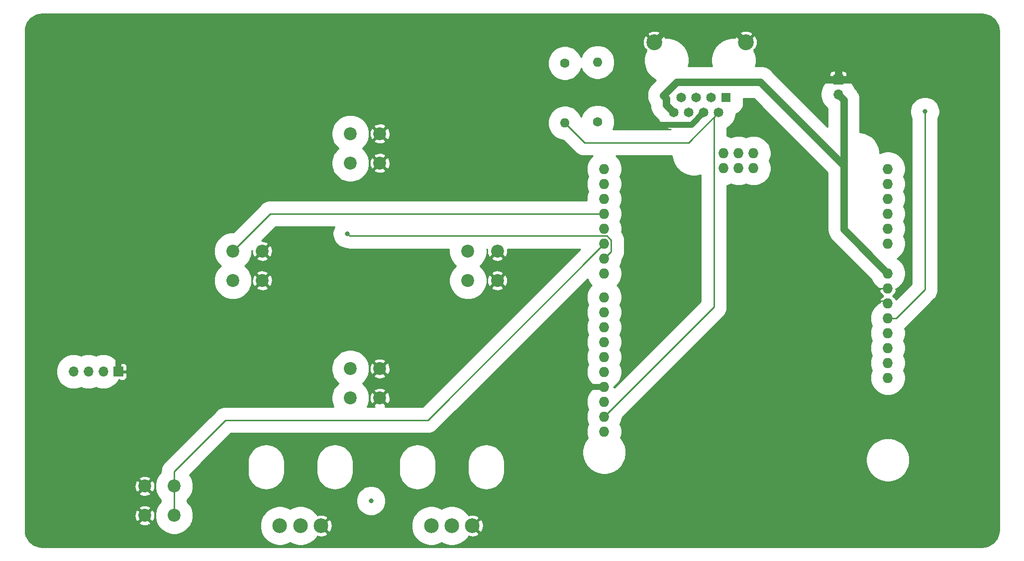
<source format=gbr>
G04 #@! TF.GenerationSoftware,KiCad,Pcbnew,(5.1.6)-1*
G04 #@! TF.CreationDate,2021-03-30T14:44:56-05:00*
G04 #@! TF.ProjectId,UIpcb,55497063-622e-46b6-9963-61645f706362,rev?*
G04 #@! TF.SameCoordinates,Original*
G04 #@! TF.FileFunction,Copper,L2,Bot*
G04 #@! TF.FilePolarity,Positive*
%FSLAX46Y46*%
G04 Gerber Fmt 4.6, Leading zero omitted, Abs format (unit mm)*
G04 Created by KiCad (PCBNEW (5.1.6)-1) date 2021-03-30 14:44:56*
%MOMM*%
%LPD*%
G01*
G04 APERTURE LIST*
G04 #@! TA.AperFunction,ComponentPad*
%ADD10C,2.500000*%
G04 #@! TD*
G04 #@! TA.AperFunction,ComponentPad*
%ADD11O,1.700000X1.700000*%
G04 #@! TD*
G04 #@! TA.AperFunction,ComponentPad*
%ADD12R,1.700000X1.700000*%
G04 #@! TD*
G04 #@! TA.AperFunction,ComponentPad*
%ADD13O,1.600000X1.600000*%
G04 #@! TD*
G04 #@! TA.AperFunction,ComponentPad*
%ADD14C,1.600000*%
G04 #@! TD*
G04 #@! TA.AperFunction,ComponentPad*
%ADD15O,1.727200X1.727200*%
G04 #@! TD*
G04 #@! TA.AperFunction,ComponentPad*
%ADD16C,2.200000*%
G04 #@! TD*
G04 #@! TA.AperFunction,ComponentPad*
%ADD17C,2.700000*%
G04 #@! TD*
G04 #@! TA.AperFunction,ComponentPad*
%ADD18C,1.650000*%
G04 #@! TD*
G04 #@! TA.AperFunction,ComponentPad*
%ADD19R,1.650000X1.650000*%
G04 #@! TD*
G04 #@! TA.AperFunction,ViaPad*
%ADD20C,0.800000*%
G04 #@! TD*
G04 #@! TA.AperFunction,ViaPad*
%ADD21C,6.200000*%
G04 #@! TD*
G04 #@! TA.AperFunction,Conductor*
%ADD22C,0.250000*%
G04 #@! TD*
G04 #@! TA.AperFunction,Conductor*
%ADD23C,1.000000*%
G04 #@! TD*
G04 #@! TA.AperFunction,Conductor*
%ADD24C,1.250000*%
G04 #@! TD*
G04 #@! TA.AperFunction,Conductor*
%ADD25C,0.254000*%
G04 #@! TD*
G04 APERTURE END LIST*
D10*
X117500000Y-134250000D03*
X114000000Y-134250000D03*
X110500000Y-134250000D03*
X143250000Y-134250000D03*
X139750000Y-134250000D03*
X136250000Y-134250000D03*
D11*
X75380000Y-108000000D03*
X77920000Y-108000000D03*
X80460000Y-108000000D03*
D12*
X83000000Y-108000000D03*
D13*
X164550000Y-55340000D03*
D14*
X164550000Y-65500000D03*
D13*
X159000000Y-65660000D03*
D14*
X159000000Y-55500000D03*
D15*
X186020000Y-73373000D03*
X213960000Y-73500000D03*
X213960000Y-76040000D03*
X213960000Y-78580000D03*
X213960000Y-81120000D03*
X213960000Y-83660000D03*
X213960000Y-109060000D03*
X165700000Y-102964000D03*
X165700000Y-105504000D03*
X165700000Y-108044000D03*
X165700000Y-113124000D03*
X165700000Y-115664000D03*
X165700000Y-118204000D03*
X165700000Y-100424000D03*
X165700000Y-97884000D03*
X165700000Y-95344000D03*
X165700000Y-110584000D03*
X165700000Y-91280000D03*
X165700000Y-88740000D03*
X165700000Y-86200000D03*
X165700000Y-83660000D03*
X165700000Y-81120000D03*
X165700000Y-78580000D03*
X165700000Y-76040000D03*
X165700000Y-73500000D03*
X213960000Y-106520000D03*
X213960000Y-103980000D03*
X213960000Y-101440000D03*
X213960000Y-98900000D03*
X213960000Y-96360000D03*
X213960000Y-93820000D03*
X213960000Y-91280000D03*
X213960000Y-86200000D03*
X186020000Y-70833000D03*
X188560000Y-73373000D03*
X188560000Y-70833000D03*
X191100000Y-70833000D03*
X191100000Y-73373000D03*
D16*
X92500000Y-127500000D03*
X92500000Y-132500000D03*
X87500000Y-132500000D03*
X87500000Y-127500000D03*
X127500000Y-107500000D03*
X127500000Y-112500000D03*
X122500000Y-112500000D03*
X122500000Y-107500000D03*
X147500000Y-87500000D03*
X147500000Y-92500000D03*
X142500000Y-92500000D03*
X142500000Y-87500000D03*
X107500000Y-87500000D03*
X107500000Y-92500000D03*
X102500000Y-92500000D03*
X102500000Y-87500000D03*
X127500000Y-67500000D03*
X127500000Y-72500000D03*
X122500000Y-72500000D03*
X122500000Y-67500000D03*
D17*
X174250000Y-51950000D03*
X189750000Y-51950000D03*
D18*
X177555000Y-63890000D03*
X178825000Y-61350000D03*
X180095000Y-63890000D03*
X181365000Y-61350000D03*
X182635000Y-63890000D03*
X183905000Y-61350000D03*
X185175000Y-63890000D03*
D19*
X186445000Y-61350000D03*
D11*
X205500000Y-60790000D03*
D12*
X205500000Y-58250000D03*
D20*
X126000000Y-130000000D03*
X220250000Y-63750000D03*
D21*
X225000000Y-55000000D03*
X75000000Y-130000000D03*
X225000000Y-130000000D03*
X75000000Y-55000000D03*
D20*
X174000000Y-66000000D03*
X196000000Y-92000000D03*
X138000000Y-64000000D03*
X82000000Y-90000000D03*
X158000000Y-130000000D03*
X175000000Y-86000000D03*
X155750000Y-120500000D03*
X122000000Y-84500000D03*
D22*
X213960000Y-98900000D02*
X215350000Y-98900000D01*
X220250000Y-63750000D02*
X220250000Y-63750000D01*
X215350000Y-98900000D02*
X220250000Y-94000000D01*
X220250000Y-63750000D02*
X220250000Y-94000000D01*
X213960000Y-93820000D02*
X211180000Y-93820000D01*
X211180000Y-93820000D02*
X209000000Y-96000000D01*
X213600000Y-96000000D02*
X213960000Y-96360000D01*
X209000000Y-96000000D02*
X213600000Y-96000000D01*
D23*
X182635000Y-63890000D02*
X180525000Y-66000000D01*
X180525000Y-66000000D02*
X172000000Y-66000000D01*
X83000000Y-108000000D02*
X83000000Y-102000000D01*
X165700000Y-110584000D02*
X160584000Y-110584000D01*
D24*
X205500000Y-58250000D02*
X205500000Y-54750000D01*
X205500000Y-58250000D02*
X203250000Y-58250000D01*
X205500000Y-58250000D02*
X209250000Y-58250000D01*
D23*
X174250000Y-51950000D02*
X176250000Y-49950000D01*
X187750000Y-49950000D02*
X189750000Y-51950000D01*
X176250000Y-49950000D02*
X187750000Y-49950000D01*
D22*
X166888601Y-87551399D02*
X165700000Y-88740000D01*
X166159129Y-84899999D02*
X166888601Y-85629471D01*
X122399999Y-84899999D02*
X166159129Y-84899999D01*
X166888601Y-85629471D02*
X166888601Y-87551399D01*
X122000000Y-84500000D02*
X122399999Y-84899999D01*
X92500000Y-127500000D02*
X92500000Y-132500000D01*
X135650000Y-116250000D02*
X165700000Y-86200000D01*
X92500000Y-127500000D02*
X92500000Y-125000000D01*
X101250000Y-116250000D02*
X135650000Y-116250000D01*
X92500000Y-125000000D02*
X101250000Y-116250000D01*
X108880000Y-81120000D02*
X165700000Y-81120000D01*
X102500000Y-87500000D02*
X108880000Y-81120000D01*
D24*
X206454999Y-61744999D02*
X205500000Y-60790000D01*
X213960000Y-91280000D02*
X206454999Y-83774999D01*
X177555000Y-63890000D02*
X176250000Y-62585000D01*
X176250000Y-61482998D02*
X175750000Y-60982998D01*
X176250000Y-62585000D02*
X176250000Y-61482998D01*
X175750000Y-60982998D02*
X177982998Y-58750000D01*
X192250000Y-58750000D02*
X206454999Y-72954999D01*
X177982998Y-58750000D02*
X192250000Y-58750000D01*
X206454999Y-83774999D02*
X206454999Y-72954999D01*
X206454999Y-72954999D02*
X206454999Y-61744999D01*
D22*
X184350001Y-97013999D02*
X165700000Y-115664000D01*
X184350001Y-64714999D02*
X184350001Y-97013999D01*
X185175000Y-63890000D02*
X184350001Y-64714999D01*
X180030001Y-69034999D02*
X185175000Y-63890000D01*
X162374999Y-69034999D02*
X180030001Y-69034999D01*
X159000000Y-65660000D02*
X162374999Y-69034999D01*
D25*
G36*
X230502820Y-47205429D02*
G01*
X230989752Y-47338638D01*
X231445392Y-47555967D01*
X231855355Y-47850555D01*
X232206665Y-48213079D01*
X232488226Y-48632086D01*
X232691137Y-49094331D01*
X232812960Y-49601759D01*
X232848000Y-50078913D01*
X232848001Y-134904153D01*
X232794572Y-135502818D01*
X232661361Y-135989752D01*
X232444033Y-136445393D01*
X232149445Y-136855355D01*
X231786921Y-137206665D01*
X231367914Y-137488226D01*
X230905669Y-137691137D01*
X230398241Y-137812960D01*
X229921088Y-137848000D01*
X70095835Y-137848000D01*
X69497182Y-137794572D01*
X69010248Y-137661361D01*
X68554607Y-137444033D01*
X68144645Y-137149445D01*
X67793335Y-136786921D01*
X67511774Y-136367914D01*
X67308863Y-135905669D01*
X67187040Y-135398241D01*
X67152000Y-134921088D01*
X67152000Y-133706712D01*
X86472893Y-133706712D01*
X86580726Y-133981338D01*
X86887384Y-134132216D01*
X87217585Y-134220369D01*
X87558639Y-134242409D01*
X87897439Y-134197489D01*
X88220966Y-134087336D01*
X88419274Y-133981338D01*
X88527107Y-133706712D01*
X87500000Y-132679605D01*
X86472893Y-133706712D01*
X67152000Y-133706712D01*
X67152000Y-132558639D01*
X85757591Y-132558639D01*
X85802511Y-132897439D01*
X85912664Y-133220966D01*
X86018662Y-133419274D01*
X86293288Y-133527107D01*
X87320395Y-132500000D01*
X87679605Y-132500000D01*
X88706712Y-133527107D01*
X88981338Y-133419274D01*
X89132216Y-133112616D01*
X89220369Y-132782415D01*
X89242409Y-132441361D01*
X89197489Y-132102561D01*
X89087336Y-131779034D01*
X88981338Y-131580726D01*
X88706712Y-131472893D01*
X87679605Y-132500000D01*
X87320395Y-132500000D01*
X86293288Y-131472893D01*
X86018662Y-131580726D01*
X85867784Y-131887384D01*
X85779631Y-132217585D01*
X85757591Y-132558639D01*
X67152000Y-132558639D01*
X67152000Y-131293288D01*
X86472893Y-131293288D01*
X87500000Y-132320395D01*
X88527107Y-131293288D01*
X88419274Y-131018662D01*
X88112616Y-130867784D01*
X87782415Y-130779631D01*
X87441361Y-130757591D01*
X87102561Y-130802511D01*
X86779034Y-130912664D01*
X86580726Y-131018662D01*
X86472893Y-131293288D01*
X67152000Y-131293288D01*
X67152000Y-128706712D01*
X86472893Y-128706712D01*
X86580726Y-128981338D01*
X86887384Y-129132216D01*
X87217585Y-129220369D01*
X87558639Y-129242409D01*
X87897439Y-129197489D01*
X88220966Y-129087336D01*
X88419274Y-128981338D01*
X88527107Y-128706712D01*
X87500000Y-127679605D01*
X86472893Y-128706712D01*
X67152000Y-128706712D01*
X67152000Y-127558639D01*
X85757591Y-127558639D01*
X85802511Y-127897439D01*
X85912664Y-128220966D01*
X86018662Y-128419274D01*
X86293288Y-128527107D01*
X87320395Y-127500000D01*
X87679605Y-127500000D01*
X88706712Y-128527107D01*
X88981338Y-128419274D01*
X89132216Y-128112616D01*
X89220369Y-127782415D01*
X89242409Y-127441361D01*
X89208044Y-127182168D01*
X89273000Y-127182168D01*
X89273000Y-127817832D01*
X89397012Y-128441281D01*
X89640270Y-129028558D01*
X89993425Y-129557093D01*
X90248000Y-129811668D01*
X90248001Y-130188331D01*
X89993425Y-130442907D01*
X89640270Y-130971442D01*
X89397012Y-131558719D01*
X89273000Y-132182168D01*
X89273000Y-132817832D01*
X89397012Y-133441281D01*
X89640270Y-134028558D01*
X89993425Y-134557093D01*
X90442907Y-135006575D01*
X90971442Y-135359730D01*
X91558719Y-135602988D01*
X92182168Y-135727000D01*
X92817832Y-135727000D01*
X93441281Y-135602988D01*
X94028558Y-135359730D01*
X94557093Y-135006575D01*
X95006575Y-134557093D01*
X95359730Y-134028558D01*
X95405775Y-133917395D01*
X107123000Y-133917395D01*
X107123000Y-134582605D01*
X107252776Y-135235035D01*
X107507341Y-135849609D01*
X107876913Y-136402712D01*
X108347288Y-136873087D01*
X108900391Y-137242659D01*
X109514965Y-137497224D01*
X110167395Y-137627000D01*
X110832605Y-137627000D01*
X111485035Y-137497224D01*
X112099609Y-137242659D01*
X112250000Y-137142171D01*
X112400391Y-137242659D01*
X113014965Y-137497224D01*
X113667395Y-137627000D01*
X114332605Y-137627000D01*
X114985035Y-137497224D01*
X115599609Y-137242659D01*
X116152712Y-136873087D01*
X116623087Y-136402712D01*
X116870687Y-136032153D01*
X117182312Y-136117290D01*
X117552706Y-136143389D01*
X117921075Y-136096725D01*
X118273262Y-135979094D01*
X118508086Y-135853577D01*
X118634000Y-135563605D01*
X117500000Y-134429605D01*
X117485858Y-134443748D01*
X117377000Y-134334890D01*
X117377000Y-134250000D01*
X117679605Y-134250000D01*
X118813605Y-135384000D01*
X119103577Y-135258086D01*
X119269433Y-134925874D01*
X119367290Y-134567688D01*
X119393389Y-134197294D01*
X119357933Y-133917395D01*
X132873000Y-133917395D01*
X132873000Y-134582605D01*
X133002776Y-135235035D01*
X133257341Y-135849609D01*
X133626913Y-136402712D01*
X134097288Y-136873087D01*
X134650391Y-137242659D01*
X135264965Y-137497224D01*
X135917395Y-137627000D01*
X136582605Y-137627000D01*
X137235035Y-137497224D01*
X137849609Y-137242659D01*
X138000000Y-137142171D01*
X138150391Y-137242659D01*
X138764965Y-137497224D01*
X139417395Y-137627000D01*
X140082605Y-137627000D01*
X140735035Y-137497224D01*
X141349609Y-137242659D01*
X141902712Y-136873087D01*
X142373087Y-136402712D01*
X142620687Y-136032153D01*
X142932312Y-136117290D01*
X143302706Y-136143389D01*
X143671075Y-136096725D01*
X144023262Y-135979094D01*
X144258086Y-135853577D01*
X144384000Y-135563605D01*
X143250000Y-134429605D01*
X143235858Y-134443748D01*
X143127000Y-134334890D01*
X143127000Y-134250000D01*
X143429605Y-134250000D01*
X144563605Y-135384000D01*
X144853577Y-135258086D01*
X145019433Y-134925874D01*
X145117290Y-134567688D01*
X145143389Y-134197294D01*
X145096725Y-133828925D01*
X144979094Y-133476738D01*
X144853577Y-133241914D01*
X144563605Y-133116000D01*
X143429605Y-134250000D01*
X143127000Y-134250000D01*
X143127000Y-134165110D01*
X143235858Y-134056253D01*
X143250000Y-134070395D01*
X144384000Y-132936395D01*
X144258086Y-132646423D01*
X143925874Y-132480567D01*
X143567688Y-132382710D01*
X143197294Y-132356611D01*
X142828925Y-132403275D01*
X142623407Y-132471918D01*
X142373087Y-132097288D01*
X141902712Y-131626913D01*
X141349609Y-131257341D01*
X140735035Y-131002776D01*
X140082605Y-130873000D01*
X139417395Y-130873000D01*
X138764965Y-131002776D01*
X138150391Y-131257341D01*
X138000000Y-131357829D01*
X137849609Y-131257341D01*
X137235035Y-131002776D01*
X136582605Y-130873000D01*
X135917395Y-130873000D01*
X135264965Y-131002776D01*
X134650391Y-131257341D01*
X134097288Y-131626913D01*
X133626913Y-132097288D01*
X133257341Y-132650391D01*
X133002776Y-133264965D01*
X132873000Y-133917395D01*
X119357933Y-133917395D01*
X119346725Y-133828925D01*
X119229094Y-133476738D01*
X119103577Y-133241914D01*
X118813605Y-133116000D01*
X117679605Y-134250000D01*
X117377000Y-134250000D01*
X117377000Y-134165110D01*
X117485858Y-134056253D01*
X117500000Y-134070395D01*
X118634000Y-132936395D01*
X118508086Y-132646423D01*
X118175874Y-132480567D01*
X117817688Y-132382710D01*
X117447294Y-132356611D01*
X117078925Y-132403275D01*
X116873407Y-132471918D01*
X116623087Y-132097288D01*
X116152712Y-131626913D01*
X115599609Y-131257341D01*
X114985035Y-131002776D01*
X114332605Y-130873000D01*
X113667395Y-130873000D01*
X113014965Y-131002776D01*
X112400391Y-131257341D01*
X112250000Y-131357829D01*
X112099609Y-131257341D01*
X111485035Y-131002776D01*
X110832605Y-130873000D01*
X110167395Y-130873000D01*
X109514965Y-131002776D01*
X108900391Y-131257341D01*
X108347288Y-131626913D01*
X107876913Y-132097288D01*
X107507341Y-132650391D01*
X107252776Y-133264965D01*
X107123000Y-133917395D01*
X95405775Y-133917395D01*
X95602988Y-133441281D01*
X95727000Y-132817832D01*
X95727000Y-132182168D01*
X95602988Y-131558719D01*
X95359730Y-130971442D01*
X95006575Y-130442907D01*
X94752000Y-130188332D01*
X94752000Y-129811668D01*
X94812556Y-129751112D01*
X123473000Y-129751112D01*
X123473000Y-130248888D01*
X123570111Y-130737099D01*
X123760602Y-131196983D01*
X124037151Y-131610869D01*
X124389131Y-131962849D01*
X124803017Y-132239398D01*
X125262901Y-132429889D01*
X125751112Y-132527000D01*
X126248888Y-132527000D01*
X126737099Y-132429889D01*
X127196983Y-132239398D01*
X127610869Y-131962849D01*
X127962849Y-131610869D01*
X128239398Y-131196983D01*
X128429889Y-130737099D01*
X128527000Y-130248888D01*
X128527000Y-129751112D01*
X128429889Y-129262901D01*
X128239398Y-128803017D01*
X127962849Y-128389131D01*
X127610869Y-128037151D01*
X127196983Y-127760602D01*
X126737099Y-127570111D01*
X126248888Y-127473000D01*
X125751112Y-127473000D01*
X125262901Y-127570111D01*
X124803017Y-127760602D01*
X124389131Y-128037151D01*
X124037151Y-128389131D01*
X123760602Y-128803017D01*
X123570111Y-129262901D01*
X123473000Y-129751112D01*
X94812556Y-129751112D01*
X95006575Y-129557093D01*
X95359730Y-129028558D01*
X95602988Y-128441281D01*
X95727000Y-127817832D01*
X95727000Y-127182168D01*
X95602988Y-126558719D01*
X95359730Y-125971442D01*
X95100833Y-125583974D01*
X97338424Y-123346383D01*
X105023000Y-123346383D01*
X105023000Y-125153618D01*
X105068245Y-125612999D01*
X105247050Y-126202441D01*
X105537414Y-126745674D01*
X105928179Y-127221821D01*
X106404327Y-127612586D01*
X106947560Y-127902950D01*
X107537002Y-128081755D01*
X108150000Y-128142130D01*
X108762999Y-128081755D01*
X109352441Y-127902950D01*
X109895674Y-127612586D01*
X110371821Y-127221821D01*
X110762586Y-126745674D01*
X111052950Y-126202441D01*
X111231755Y-125612999D01*
X111277000Y-125153617D01*
X111277000Y-123346383D01*
X116723000Y-123346383D01*
X116723000Y-125153618D01*
X116768245Y-125612999D01*
X116947050Y-126202441D01*
X117237414Y-126745674D01*
X117628179Y-127221821D01*
X118104327Y-127612586D01*
X118647560Y-127902950D01*
X119237002Y-128081755D01*
X119850000Y-128142130D01*
X120462999Y-128081755D01*
X121052441Y-127902950D01*
X121595674Y-127612586D01*
X122071821Y-127221821D01*
X122462586Y-126745674D01*
X122752950Y-126202441D01*
X122931755Y-125612999D01*
X122977000Y-125153617D01*
X122977000Y-123346383D01*
X130773000Y-123346383D01*
X130773000Y-125153618D01*
X130818245Y-125612999D01*
X130997050Y-126202441D01*
X131287414Y-126745674D01*
X131678179Y-127221821D01*
X132154327Y-127612586D01*
X132697560Y-127902950D01*
X133287002Y-128081755D01*
X133900000Y-128142130D01*
X134512999Y-128081755D01*
X135102441Y-127902950D01*
X135645674Y-127612586D01*
X136121821Y-127221821D01*
X136512586Y-126745674D01*
X136802950Y-126202441D01*
X136981755Y-125612999D01*
X137027000Y-125153617D01*
X137027000Y-123346383D01*
X142473000Y-123346383D01*
X142473000Y-125153618D01*
X142518245Y-125612999D01*
X142697050Y-126202441D01*
X142987414Y-126745674D01*
X143378179Y-127221821D01*
X143854327Y-127612586D01*
X144397560Y-127902950D01*
X144987002Y-128081755D01*
X145600000Y-128142130D01*
X146212999Y-128081755D01*
X146802441Y-127902950D01*
X147345674Y-127612586D01*
X147821821Y-127221821D01*
X148212586Y-126745674D01*
X148502950Y-126202441D01*
X148681755Y-125612999D01*
X148727000Y-125153617D01*
X148727000Y-123346382D01*
X148681755Y-122887001D01*
X148502950Y-122297559D01*
X148212586Y-121754326D01*
X147821821Y-121278179D01*
X147345673Y-120887414D01*
X146802440Y-120597050D01*
X146212998Y-120418245D01*
X145600000Y-120357870D01*
X144987001Y-120418245D01*
X144397559Y-120597050D01*
X143854326Y-120887414D01*
X143378179Y-121278179D01*
X142987414Y-121754327D01*
X142697050Y-122297560D01*
X142518245Y-122887002D01*
X142473000Y-123346383D01*
X137027000Y-123346383D01*
X137027000Y-123346382D01*
X136981755Y-122887001D01*
X136802950Y-122297559D01*
X136512586Y-121754326D01*
X136121821Y-121278179D01*
X135645673Y-120887414D01*
X135102440Y-120597050D01*
X134512998Y-120418245D01*
X133900000Y-120357870D01*
X133287001Y-120418245D01*
X132697559Y-120597050D01*
X132154326Y-120887414D01*
X131678179Y-121278179D01*
X131287414Y-121754327D01*
X130997050Y-122297560D01*
X130818245Y-122887002D01*
X130773000Y-123346383D01*
X122977000Y-123346383D01*
X122977000Y-123346382D01*
X122931755Y-122887001D01*
X122752950Y-122297559D01*
X122462586Y-121754326D01*
X122071821Y-121278179D01*
X121595673Y-120887414D01*
X121052440Y-120597050D01*
X120462998Y-120418245D01*
X119850000Y-120357870D01*
X119237001Y-120418245D01*
X118647559Y-120597050D01*
X118104326Y-120887414D01*
X117628179Y-121278179D01*
X117237414Y-121754327D01*
X116947050Y-122297560D01*
X116768245Y-122887002D01*
X116723000Y-123346383D01*
X111277000Y-123346383D01*
X111277000Y-123346382D01*
X111231755Y-122887001D01*
X111052950Y-122297559D01*
X110762586Y-121754326D01*
X110371821Y-121278179D01*
X109895673Y-120887414D01*
X109352440Y-120597050D01*
X108762998Y-120418245D01*
X108150000Y-120357870D01*
X107537001Y-120418245D01*
X106947559Y-120597050D01*
X106404326Y-120887414D01*
X105928179Y-121278179D01*
X105537414Y-121754327D01*
X105247050Y-122297560D01*
X105068245Y-122887002D01*
X105023000Y-123346383D01*
X97338424Y-123346383D01*
X102182809Y-118502000D01*
X135539379Y-118502000D01*
X135650000Y-118512895D01*
X135760621Y-118502000D01*
X135760629Y-118502000D01*
X136091469Y-118469415D01*
X136515973Y-118340643D01*
X136907198Y-118131529D01*
X137250109Y-117850109D01*
X137320639Y-117764168D01*
X162856005Y-92228804D01*
X163049765Y-92696580D01*
X163377049Y-93186396D01*
X163502653Y-93312000D01*
X163377049Y-93437604D01*
X163049765Y-93927420D01*
X162824327Y-94471674D01*
X162709400Y-95049452D01*
X162709400Y-95638548D01*
X162824327Y-96216326D01*
X162989049Y-96614000D01*
X162824327Y-97011674D01*
X162709400Y-97589452D01*
X162709400Y-98178548D01*
X162824327Y-98756326D01*
X162989049Y-99154000D01*
X162824327Y-99551674D01*
X162709400Y-100129452D01*
X162709400Y-100718548D01*
X162824327Y-101296326D01*
X162989049Y-101694000D01*
X162824327Y-102091674D01*
X162709400Y-102669452D01*
X162709400Y-103258548D01*
X162824327Y-103836326D01*
X162989049Y-104234000D01*
X162824327Y-104631674D01*
X162709400Y-105209452D01*
X162709400Y-105798548D01*
X162824327Y-106376326D01*
X162989049Y-106774000D01*
X162824327Y-107171674D01*
X162709400Y-107749452D01*
X162709400Y-108338548D01*
X162824327Y-108916326D01*
X163049765Y-109460580D01*
X163377049Y-109950396D01*
X163793604Y-110366951D01*
X164118441Y-110584000D01*
X163793604Y-110801049D01*
X163377049Y-111217604D01*
X163049765Y-111707420D01*
X162824327Y-112251674D01*
X162709400Y-112829452D01*
X162709400Y-113418548D01*
X162824327Y-113996326D01*
X162989049Y-114394000D01*
X162824327Y-114791674D01*
X162709400Y-115369452D01*
X162709400Y-115958548D01*
X162824327Y-116536326D01*
X162989049Y-116934000D01*
X162824327Y-117331674D01*
X162709400Y-117909452D01*
X162709400Y-118498548D01*
X162824327Y-119076326D01*
X162908848Y-119280378D01*
X162805050Y-119384176D01*
X162397176Y-119994604D01*
X162116227Y-120672874D01*
X161973000Y-121392923D01*
X161973000Y-122127077D01*
X162116227Y-122847126D01*
X162397176Y-123525396D01*
X162805050Y-124135824D01*
X163324176Y-124654950D01*
X163934604Y-125062824D01*
X164612874Y-125343773D01*
X165332923Y-125487000D01*
X166067077Y-125487000D01*
X166787126Y-125343773D01*
X167465396Y-125062824D01*
X168075824Y-124654950D01*
X168594950Y-124135824D01*
X169002824Y-123525396D01*
X169283773Y-122847126D01*
X169320413Y-122662923D01*
X210233000Y-122662923D01*
X210233000Y-123397077D01*
X210376227Y-124117126D01*
X210657176Y-124795396D01*
X211065050Y-125405824D01*
X211584176Y-125924950D01*
X212194604Y-126332824D01*
X212872874Y-126613773D01*
X213592923Y-126757000D01*
X214327077Y-126757000D01*
X215047126Y-126613773D01*
X215725396Y-126332824D01*
X216335824Y-125924950D01*
X216854950Y-125405824D01*
X217262824Y-124795396D01*
X217543773Y-124117126D01*
X217687000Y-123397077D01*
X217687000Y-122662923D01*
X217543773Y-121942874D01*
X217262824Y-121264604D01*
X216854950Y-120654176D01*
X216335824Y-120135050D01*
X215725396Y-119727176D01*
X215047126Y-119446227D01*
X214327077Y-119303000D01*
X213592923Y-119303000D01*
X212872874Y-119446227D01*
X212194604Y-119727176D01*
X211584176Y-120135050D01*
X211065050Y-120654176D01*
X210657176Y-121264604D01*
X210376227Y-121942874D01*
X210233000Y-122662923D01*
X169320413Y-122662923D01*
X169427000Y-122127077D01*
X169427000Y-121392923D01*
X169283773Y-120672874D01*
X169002824Y-119994604D01*
X168594950Y-119384176D01*
X168491152Y-119280378D01*
X168575673Y-119076326D01*
X168690600Y-118498548D01*
X168690600Y-117909452D01*
X168575673Y-117331674D01*
X168410951Y-116934000D01*
X168575673Y-116536326D01*
X168690600Y-115958548D01*
X168690600Y-115858207D01*
X185864180Y-98684629D01*
X185950110Y-98614108D01*
X186231530Y-98271197D01*
X186440644Y-97879972D01*
X186569416Y-97455468D01*
X186602001Y-97124628D01*
X186602001Y-97124618D01*
X186612896Y-97014000D01*
X186602001Y-96903381D01*
X186602001Y-76306422D01*
X186892326Y-76248673D01*
X187290000Y-76083951D01*
X187687674Y-76248673D01*
X188265452Y-76363600D01*
X188854548Y-76363600D01*
X189432326Y-76248673D01*
X189830000Y-76083951D01*
X190227674Y-76248673D01*
X190805452Y-76363600D01*
X191394548Y-76363600D01*
X191972326Y-76248673D01*
X192516580Y-76023235D01*
X193006396Y-75695951D01*
X193422951Y-75279396D01*
X193750235Y-74789580D01*
X193975673Y-74245326D01*
X194090600Y-73667548D01*
X194090600Y-73078452D01*
X193975673Y-72500674D01*
X193810951Y-72103000D01*
X193975673Y-71705326D01*
X194090600Y-71127548D01*
X194090600Y-70538452D01*
X193975673Y-69960674D01*
X193750235Y-69416420D01*
X193422951Y-68926604D01*
X193006396Y-68510049D01*
X192516580Y-68182765D01*
X191972326Y-67957327D01*
X191394548Y-67842400D01*
X190805452Y-67842400D01*
X190227674Y-67957327D01*
X189830000Y-68122049D01*
X189432326Y-67957327D01*
X188854548Y-67842400D01*
X188265452Y-67842400D01*
X187687674Y-67957327D01*
X187290000Y-68122049D01*
X186892326Y-67957327D01*
X186602001Y-67899578D01*
X186602001Y-66486848D01*
X187056790Y-66182968D01*
X187467968Y-65771790D01*
X187791028Y-65288296D01*
X188013556Y-64751067D01*
X188127000Y-64180747D01*
X188127000Y-64128703D01*
X188457415Y-63952093D01*
X188781293Y-63686293D01*
X189047093Y-63362415D01*
X189244599Y-62992906D01*
X189366224Y-62591965D01*
X189407291Y-62175000D01*
X189407291Y-61502000D01*
X191110086Y-61502000D01*
X203703000Y-74094915D01*
X203702999Y-83639810D01*
X203689684Y-83774999D01*
X203702999Y-83910187D01*
X203742819Y-84314484D01*
X203900181Y-84833238D01*
X204155724Y-85311325D01*
X204499626Y-85730371D01*
X204604640Y-85816554D01*
X211186091Y-92398006D01*
X211309765Y-92696580D01*
X211637049Y-93186396D01*
X212053604Y-93602951D01*
X212461400Y-93875431D01*
X212461400Y-93947002D01*
X212583899Y-93947002D01*
X212618164Y-93961195D01*
X212505037Y-94179027D01*
X212603036Y-94455978D01*
X212753183Y-94708488D01*
X212949707Y-94926854D01*
X213168078Y-95090000D01*
X212949707Y-95253146D01*
X212753183Y-95471512D01*
X212603036Y-95724022D01*
X212505037Y-96000973D01*
X212618164Y-96218805D01*
X212583899Y-96232998D01*
X212461400Y-96232998D01*
X212461400Y-96304569D01*
X212053604Y-96577049D01*
X211637049Y-96993604D01*
X211309765Y-97483420D01*
X211084327Y-98027674D01*
X210969400Y-98605452D01*
X210969400Y-99194548D01*
X211084327Y-99772326D01*
X211249049Y-100170000D01*
X211084327Y-100567674D01*
X210969400Y-101145452D01*
X210969400Y-101734548D01*
X211084327Y-102312326D01*
X211249049Y-102710000D01*
X211084327Y-103107674D01*
X210969400Y-103685452D01*
X210969400Y-104274548D01*
X211084327Y-104852326D01*
X211249049Y-105250000D01*
X211084327Y-105647674D01*
X210969400Y-106225452D01*
X210969400Y-106814548D01*
X211084327Y-107392326D01*
X211249049Y-107790000D01*
X211084327Y-108187674D01*
X210969400Y-108765452D01*
X210969400Y-109354548D01*
X211084327Y-109932326D01*
X211309765Y-110476580D01*
X211637049Y-110966396D01*
X212053604Y-111382951D01*
X212543420Y-111710235D01*
X213087674Y-111935673D01*
X213665452Y-112050600D01*
X214254548Y-112050600D01*
X214832326Y-111935673D01*
X215376580Y-111710235D01*
X215866396Y-111382951D01*
X216282951Y-110966396D01*
X216610235Y-110476580D01*
X216835673Y-109932326D01*
X216950600Y-109354548D01*
X216950600Y-108765452D01*
X216835673Y-108187674D01*
X216670951Y-107790000D01*
X216835673Y-107392326D01*
X216950600Y-106814548D01*
X216950600Y-106225452D01*
X216835673Y-105647674D01*
X216670951Y-105250000D01*
X216835673Y-104852326D01*
X216950600Y-104274548D01*
X216950600Y-103685452D01*
X216835673Y-103107674D01*
X216670951Y-102710000D01*
X216835673Y-102312326D01*
X216950600Y-101734548D01*
X216950600Y-101145452D01*
X216840179Y-100590326D01*
X216950109Y-100500109D01*
X217020639Y-100414168D01*
X221764179Y-95670630D01*
X221850109Y-95600109D01*
X222131529Y-95257198D01*
X222340643Y-94865973D01*
X222469415Y-94441469D01*
X222502000Y-94110629D01*
X222502000Y-94110620D01*
X222512895Y-94000001D01*
X222502000Y-93889382D01*
X222502000Y-64916559D01*
X222679889Y-64487099D01*
X222777000Y-63998888D01*
X222777000Y-63501112D01*
X222679889Y-63012901D01*
X222489398Y-62553017D01*
X222212849Y-62139131D01*
X221860869Y-61787151D01*
X221446983Y-61510602D01*
X220987099Y-61320111D01*
X220498888Y-61223000D01*
X220001112Y-61223000D01*
X219512901Y-61320111D01*
X219053017Y-61510602D01*
X218639131Y-61787151D01*
X218287151Y-62139131D01*
X218010602Y-62553017D01*
X217820111Y-63012901D01*
X217723000Y-63501112D01*
X217723000Y-63998888D01*
X217820111Y-64487099D01*
X217998000Y-64916559D01*
X217998001Y-93067190D01*
X215323291Y-95741902D01*
X215316964Y-95724022D01*
X215166817Y-95471512D01*
X214970293Y-95253146D01*
X214751922Y-95090000D01*
X214970293Y-94926854D01*
X215166817Y-94708488D01*
X215316964Y-94455978D01*
X215414963Y-94179027D01*
X215301836Y-93961195D01*
X215336101Y-93947002D01*
X215458600Y-93947002D01*
X215458600Y-93875431D01*
X215866396Y-93602951D01*
X216282951Y-93186396D01*
X216610235Y-92696580D01*
X216835673Y-92152326D01*
X216950600Y-91574548D01*
X216950600Y-90985452D01*
X216835673Y-90407674D01*
X216610235Y-89863420D01*
X216282951Y-89373604D01*
X215866396Y-88957049D01*
X215541559Y-88740000D01*
X215866396Y-88522951D01*
X216282951Y-88106396D01*
X216610235Y-87616580D01*
X216835673Y-87072326D01*
X216950600Y-86494548D01*
X216950600Y-85905452D01*
X216835673Y-85327674D01*
X216670951Y-84930000D01*
X216835673Y-84532326D01*
X216950600Y-83954548D01*
X216950600Y-83365452D01*
X216835673Y-82787674D01*
X216670951Y-82390000D01*
X216835673Y-81992326D01*
X216950600Y-81414548D01*
X216950600Y-80825452D01*
X216835673Y-80247674D01*
X216670951Y-79850000D01*
X216835673Y-79452326D01*
X216950600Y-78874548D01*
X216950600Y-78285452D01*
X216835673Y-77707674D01*
X216670951Y-77310000D01*
X216835673Y-76912326D01*
X216950600Y-76334548D01*
X216950600Y-75745452D01*
X216835673Y-75167674D01*
X216670951Y-74770000D01*
X216835673Y-74372326D01*
X216950600Y-73794548D01*
X216950600Y-73205452D01*
X216835673Y-72627674D01*
X216610235Y-72083420D01*
X216282951Y-71593604D01*
X215866396Y-71177049D01*
X215376580Y-70849765D01*
X214832326Y-70624327D01*
X214254548Y-70509400D01*
X213665452Y-70509400D01*
X213087674Y-70624327D01*
X212607000Y-70823429D01*
X212607000Y-70592923D01*
X212463773Y-69872874D01*
X212182824Y-69194604D01*
X211774950Y-68584176D01*
X211255824Y-68065050D01*
X210645396Y-67657176D01*
X209967126Y-67376227D01*
X209247077Y-67233000D01*
X209206999Y-67233000D01*
X209206999Y-61880188D01*
X209220314Y-61744999D01*
X209167179Y-61205513D01*
X209009817Y-60686759D01*
X208795781Y-60286326D01*
X208754274Y-60208672D01*
X208410372Y-59789626D01*
X208305359Y-59703444D01*
X208248779Y-59646864D01*
X208138183Y-59379862D01*
X207812387Y-58892273D01*
X207397727Y-58477613D01*
X206985000Y-58201838D01*
X206985000Y-58122998D01*
X206840564Y-58122998D01*
X206830444Y-58118806D01*
X206985000Y-57964250D01*
X206988072Y-57400000D01*
X206975812Y-57275518D01*
X206939502Y-57155820D01*
X206880537Y-57045506D01*
X206801185Y-56948815D01*
X206704494Y-56869463D01*
X206594180Y-56810498D01*
X206474482Y-56774188D01*
X206350000Y-56761928D01*
X205785750Y-56765000D01*
X205627000Y-56923750D01*
X205627000Y-57813000D01*
X205373000Y-57813000D01*
X205373000Y-56923750D01*
X205214250Y-56765000D01*
X204650000Y-56761928D01*
X204525518Y-56774188D01*
X204405820Y-56810498D01*
X204295506Y-56869463D01*
X204198815Y-56948815D01*
X204119463Y-57045506D01*
X204060498Y-57155820D01*
X204024188Y-57275518D01*
X204011928Y-57400000D01*
X204015000Y-57964250D01*
X204169556Y-58118806D01*
X204159436Y-58122998D01*
X204015000Y-58122998D01*
X204015000Y-58201838D01*
X203602273Y-58477613D01*
X203187613Y-58892273D01*
X202861817Y-59379862D01*
X202637405Y-59921641D01*
X202523000Y-60496791D01*
X202523000Y-61083209D01*
X202637405Y-61658359D01*
X202861817Y-62200138D01*
X203187613Y-62687727D01*
X203602273Y-63102387D01*
X203703000Y-63169690D01*
X203703000Y-66311085D01*
X194291559Y-56899645D01*
X194205373Y-56794627D01*
X193786327Y-56450725D01*
X193308240Y-56195182D01*
X192789486Y-56037820D01*
X192385189Y-55998000D01*
X192250000Y-55984685D01*
X192114811Y-55998000D01*
X191418460Y-55998000D01*
X191542000Y-55376927D01*
X191542000Y-54623073D01*
X191394930Y-53883705D01*
X191172710Y-53347218D01*
X191249768Y-53270160D01*
X191134840Y-53155232D01*
X191435044Y-53017276D01*
X191610882Y-52668033D01*
X191715207Y-52291196D01*
X191744009Y-51901247D01*
X191696184Y-51513172D01*
X191573568Y-51141884D01*
X191435044Y-50882724D01*
X191134838Y-50744767D01*
X189973330Y-51906275D01*
X189758000Y-51762395D01*
X190955233Y-50565162D01*
X190817276Y-50264956D01*
X190468033Y-50089118D01*
X190091196Y-49984793D01*
X189701247Y-49955991D01*
X189313172Y-50003816D01*
X188941884Y-50126432D01*
X188682724Y-50264956D01*
X188544767Y-50565162D01*
X189709783Y-51730178D01*
X189527764Y-51608557D01*
X189017660Y-51397265D01*
X188365162Y-50744767D01*
X188064956Y-50882724D01*
X187918807Y-51173000D01*
X187338073Y-51173000D01*
X186598705Y-51320070D01*
X185902236Y-51608557D01*
X185275430Y-52027375D01*
X184742375Y-52560430D01*
X184323557Y-53187236D01*
X184035070Y-53883705D01*
X183888000Y-54623073D01*
X183888000Y-55376927D01*
X184011540Y-55998000D01*
X179988460Y-55998000D01*
X180112000Y-55376927D01*
X180112000Y-54623073D01*
X179964930Y-53883705D01*
X179676443Y-53187236D01*
X179257625Y-52560430D01*
X178724570Y-52027375D01*
X178097764Y-51608557D01*
X177401295Y-51320070D01*
X176661927Y-51173000D01*
X176083844Y-51173000D01*
X176073568Y-51141884D01*
X175935044Y-50882724D01*
X175634838Y-50744767D01*
X174982340Y-51397265D01*
X174472236Y-51608557D01*
X174290217Y-51730178D01*
X175455233Y-50565162D01*
X175317276Y-50264956D01*
X174968033Y-50089118D01*
X174591196Y-49984793D01*
X174201247Y-49955991D01*
X173813172Y-50003816D01*
X173441884Y-50126432D01*
X173182724Y-50264956D01*
X173044767Y-50565162D01*
X174242000Y-51762395D01*
X174026670Y-51906275D01*
X172865162Y-50744767D01*
X172564956Y-50882724D01*
X172389118Y-51231967D01*
X172284793Y-51608804D01*
X172255991Y-51998753D01*
X172303816Y-52386828D01*
X172426432Y-52758116D01*
X172564956Y-53017276D01*
X172865160Y-53155232D01*
X172750232Y-53270160D01*
X172827290Y-53347218D01*
X172605070Y-53883705D01*
X172458000Y-54623073D01*
X172458000Y-55376927D01*
X172605070Y-56116295D01*
X172893557Y-56812764D01*
X173312375Y-57439570D01*
X173845430Y-57972625D01*
X174458691Y-58382393D01*
X173899636Y-58941448D01*
X173794628Y-59027626D01*
X173708450Y-59132634D01*
X173450725Y-59446672D01*
X173195183Y-59924758D01*
X173037820Y-60443513D01*
X172984685Y-60982998D01*
X173037820Y-61522483D01*
X173195183Y-62041238D01*
X173450725Y-62519324D01*
X173486822Y-62563308D01*
X173484685Y-62585000D01*
X173498000Y-62720188D01*
X173537820Y-63124485D01*
X173695182Y-63643239D01*
X173950725Y-64121326D01*
X174294627Y-64540372D01*
X174399640Y-64626554D01*
X174852415Y-65079329D01*
X174938972Y-65288296D01*
X175262032Y-65771790D01*
X175673210Y-66182968D01*
X176156704Y-66506028D01*
X176693933Y-66728556D01*
X176967636Y-66782999D01*
X167186727Y-66782999D01*
X167364518Y-66353775D01*
X167477000Y-65788284D01*
X167477000Y-65211716D01*
X167364518Y-64646225D01*
X167143874Y-64113545D01*
X166823550Y-63634146D01*
X166415854Y-63226450D01*
X165936455Y-62906126D01*
X165403775Y-62685482D01*
X164838284Y-62573000D01*
X164261716Y-62573000D01*
X163696225Y-62685482D01*
X163163545Y-62906126D01*
X162684146Y-63226450D01*
X162276450Y-63634146D01*
X161956126Y-64113545D01*
X161741863Y-64630820D01*
X161593874Y-64273545D01*
X161273550Y-63794146D01*
X160865854Y-63386450D01*
X160386455Y-63066126D01*
X159853775Y-62845482D01*
X159288284Y-62733000D01*
X158711716Y-62733000D01*
X158146225Y-62845482D01*
X157613545Y-63066126D01*
X157134146Y-63386450D01*
X156726450Y-63794146D01*
X156406126Y-64273545D01*
X156185482Y-64806225D01*
X156073000Y-65371716D01*
X156073000Y-65948284D01*
X156185482Y-66513775D01*
X156406126Y-67046455D01*
X156726450Y-67525854D01*
X157134146Y-67933550D01*
X157613545Y-68253874D01*
X158146225Y-68474518D01*
X158711716Y-68587000D01*
X158742192Y-68587000D01*
X160704369Y-70549178D01*
X160774890Y-70635108D01*
X161117801Y-70916528D01*
X161509026Y-71125642D01*
X161933530Y-71254414D01*
X162264370Y-71286999D01*
X162264380Y-71286999D01*
X162374998Y-71297894D01*
X162485617Y-71286999D01*
X163683654Y-71286999D01*
X163377049Y-71593604D01*
X163049765Y-72083420D01*
X162824327Y-72627674D01*
X162709400Y-73205452D01*
X162709400Y-73794548D01*
X162824327Y-74372326D01*
X162989049Y-74770000D01*
X162824327Y-75167674D01*
X162709400Y-75745452D01*
X162709400Y-76334548D01*
X162824327Y-76912326D01*
X162989049Y-77310000D01*
X162824327Y-77707674D01*
X162709400Y-78285452D01*
X162709400Y-78868000D01*
X108990629Y-78868000D01*
X108880000Y-78857104D01*
X108769371Y-78868000D01*
X108438531Y-78900585D01*
X108014027Y-79029357D01*
X107622802Y-79238471D01*
X107279891Y-79519891D01*
X107209370Y-79605821D01*
X102542192Y-84273000D01*
X102182168Y-84273000D01*
X101558719Y-84397012D01*
X100971442Y-84640270D01*
X100442907Y-84993425D01*
X99993425Y-85442907D01*
X99640270Y-85971442D01*
X99397012Y-86558719D01*
X99273000Y-87182168D01*
X99273000Y-87817832D01*
X99397012Y-88441281D01*
X99640270Y-89028558D01*
X99993425Y-89557093D01*
X100436332Y-90000000D01*
X99993425Y-90442907D01*
X99640270Y-90971442D01*
X99397012Y-91558719D01*
X99273000Y-92182168D01*
X99273000Y-92817832D01*
X99397012Y-93441281D01*
X99640270Y-94028558D01*
X99993425Y-94557093D01*
X100442907Y-95006575D01*
X100971442Y-95359730D01*
X101558719Y-95602988D01*
X102182168Y-95727000D01*
X102817832Y-95727000D01*
X103441281Y-95602988D01*
X104028558Y-95359730D01*
X104557093Y-95006575D01*
X105006575Y-94557093D01*
X105359730Y-94028558D01*
X105493042Y-93706712D01*
X106472893Y-93706712D01*
X106580726Y-93981338D01*
X106887384Y-94132216D01*
X107217585Y-94220369D01*
X107558639Y-94242409D01*
X107897439Y-94197489D01*
X108220966Y-94087336D01*
X108419274Y-93981338D01*
X108527107Y-93706712D01*
X107500000Y-92679605D01*
X106472893Y-93706712D01*
X105493042Y-93706712D01*
X105602988Y-93441281D01*
X105727000Y-92817832D01*
X105727000Y-92558639D01*
X105757591Y-92558639D01*
X105802511Y-92897439D01*
X105912664Y-93220966D01*
X106018662Y-93419274D01*
X106293288Y-93527107D01*
X107320395Y-92500000D01*
X107679605Y-92500000D01*
X108706712Y-93527107D01*
X108981338Y-93419274D01*
X109132216Y-93112616D01*
X109220369Y-92782415D01*
X109242409Y-92441361D01*
X109197489Y-92102561D01*
X109087336Y-91779034D01*
X108981338Y-91580726D01*
X108706712Y-91472893D01*
X107679605Y-92500000D01*
X107320395Y-92500000D01*
X106293288Y-91472893D01*
X106018662Y-91580726D01*
X105867784Y-91887384D01*
X105779631Y-92217585D01*
X105757591Y-92558639D01*
X105727000Y-92558639D01*
X105727000Y-92182168D01*
X105602988Y-91558719D01*
X105493043Y-91293288D01*
X106472893Y-91293288D01*
X107500000Y-92320395D01*
X108527107Y-91293288D01*
X108419274Y-91018662D01*
X108112616Y-90867784D01*
X107782415Y-90779631D01*
X107441361Y-90757591D01*
X107102561Y-90802511D01*
X106779034Y-90912664D01*
X106580726Y-91018662D01*
X106472893Y-91293288D01*
X105493043Y-91293288D01*
X105359730Y-90971442D01*
X105006575Y-90442907D01*
X104563668Y-90000000D01*
X105006575Y-89557093D01*
X105359730Y-89028558D01*
X105493042Y-88706712D01*
X106472893Y-88706712D01*
X106580726Y-88981338D01*
X106887384Y-89132216D01*
X107217585Y-89220369D01*
X107558639Y-89242409D01*
X107897439Y-89197489D01*
X108220966Y-89087336D01*
X108419274Y-88981338D01*
X108527107Y-88706712D01*
X107500000Y-87679605D01*
X106472893Y-88706712D01*
X105493042Y-88706712D01*
X105602988Y-88441281D01*
X105727000Y-87817832D01*
X105727000Y-87457808D01*
X105766671Y-87418137D01*
X105757591Y-87558639D01*
X105802511Y-87897439D01*
X105912664Y-88220966D01*
X106018662Y-88419274D01*
X106293288Y-88527107D01*
X107320395Y-87500000D01*
X107679605Y-87500000D01*
X108706712Y-88527107D01*
X108981338Y-88419274D01*
X109132216Y-88112616D01*
X109220369Y-87782415D01*
X109242409Y-87441361D01*
X109197489Y-87102561D01*
X109087336Y-86779034D01*
X108981338Y-86580726D01*
X108706712Y-86472893D01*
X107679605Y-87500000D01*
X107320395Y-87500000D01*
X107306253Y-87485858D01*
X107485858Y-87306253D01*
X107500000Y-87320395D01*
X108527107Y-86293288D01*
X108419274Y-86018662D01*
X108112616Y-85867784D01*
X107782415Y-85779631D01*
X107441361Y-85757591D01*
X107425055Y-85759753D01*
X109812809Y-83372000D01*
X119732028Y-83372000D01*
X119570111Y-83762901D01*
X119473000Y-84251112D01*
X119473000Y-84748888D01*
X119570111Y-85237099D01*
X119760602Y-85696983D01*
X120037151Y-86110869D01*
X120389131Y-86462849D01*
X120803017Y-86739398D01*
X121262901Y-86929889D01*
X121513695Y-86979775D01*
X121534026Y-86990642D01*
X121958530Y-87119414D01*
X122289370Y-87151999D01*
X122289377Y-87151999D01*
X122399998Y-87162894D01*
X122510619Y-87151999D01*
X139279001Y-87151999D01*
X139273000Y-87182168D01*
X139273000Y-87817832D01*
X139397012Y-88441281D01*
X139640270Y-89028558D01*
X139993425Y-89557093D01*
X140436332Y-90000000D01*
X139993425Y-90442907D01*
X139640270Y-90971442D01*
X139397012Y-91558719D01*
X139273000Y-92182168D01*
X139273000Y-92817832D01*
X139397012Y-93441281D01*
X139640270Y-94028558D01*
X139993425Y-94557093D01*
X140442907Y-95006575D01*
X140971442Y-95359730D01*
X141558719Y-95602988D01*
X142182168Y-95727000D01*
X142817832Y-95727000D01*
X143441281Y-95602988D01*
X144028558Y-95359730D01*
X144557093Y-95006575D01*
X145006575Y-94557093D01*
X145359730Y-94028558D01*
X145493042Y-93706712D01*
X146472893Y-93706712D01*
X146580726Y-93981338D01*
X146887384Y-94132216D01*
X147217585Y-94220369D01*
X147558639Y-94242409D01*
X147897439Y-94197489D01*
X148220966Y-94087336D01*
X148419274Y-93981338D01*
X148527107Y-93706712D01*
X147500000Y-92679605D01*
X146472893Y-93706712D01*
X145493042Y-93706712D01*
X145602988Y-93441281D01*
X145727000Y-92817832D01*
X145727000Y-92558639D01*
X145757591Y-92558639D01*
X145802511Y-92897439D01*
X145912664Y-93220966D01*
X146018662Y-93419274D01*
X146293288Y-93527107D01*
X147320395Y-92500000D01*
X147679605Y-92500000D01*
X148706712Y-93527107D01*
X148981338Y-93419274D01*
X149132216Y-93112616D01*
X149220369Y-92782415D01*
X149242409Y-92441361D01*
X149197489Y-92102561D01*
X149087336Y-91779034D01*
X148981338Y-91580726D01*
X148706712Y-91472893D01*
X147679605Y-92500000D01*
X147320395Y-92500000D01*
X146293288Y-91472893D01*
X146018662Y-91580726D01*
X145867784Y-91887384D01*
X145779631Y-92217585D01*
X145757591Y-92558639D01*
X145727000Y-92558639D01*
X145727000Y-92182168D01*
X145602988Y-91558719D01*
X145493043Y-91293288D01*
X146472893Y-91293288D01*
X147500000Y-92320395D01*
X148527107Y-91293288D01*
X148419274Y-91018662D01*
X148112616Y-90867784D01*
X147782415Y-90779631D01*
X147441361Y-90757591D01*
X147102561Y-90802511D01*
X146779034Y-90912664D01*
X146580726Y-91018662D01*
X146472893Y-91293288D01*
X145493043Y-91293288D01*
X145359730Y-90971442D01*
X145006575Y-90442907D01*
X144563668Y-90000000D01*
X145006575Y-89557093D01*
X145359730Y-89028558D01*
X145493042Y-88706712D01*
X146472893Y-88706712D01*
X146580726Y-88981338D01*
X146887384Y-89132216D01*
X147217585Y-89220369D01*
X147558639Y-89242409D01*
X147897439Y-89197489D01*
X148220966Y-89087336D01*
X148419274Y-88981338D01*
X148527107Y-88706712D01*
X147500000Y-87679605D01*
X146472893Y-88706712D01*
X145493042Y-88706712D01*
X145602988Y-88441281D01*
X145727000Y-87817832D01*
X145727000Y-87182168D01*
X145720999Y-87151999D01*
X145797140Y-87151999D01*
X145779631Y-87217585D01*
X145757591Y-87558639D01*
X145802511Y-87897439D01*
X145912664Y-88220966D01*
X146018662Y-88419274D01*
X146293288Y-88527107D01*
X147320395Y-87500000D01*
X147306253Y-87485858D01*
X147485858Y-87306253D01*
X147500000Y-87320395D01*
X147514143Y-87306253D01*
X147693748Y-87485858D01*
X147679605Y-87500000D01*
X148706712Y-88527107D01*
X148981338Y-88419274D01*
X149132216Y-88112616D01*
X149220369Y-87782415D01*
X149242409Y-87441361D01*
X149204044Y-87151999D01*
X161563192Y-87151999D01*
X134717193Y-113998000D01*
X128388102Y-113998000D01*
X128419274Y-113981338D01*
X128527107Y-113706712D01*
X127500000Y-112679605D01*
X126472893Y-113706712D01*
X126580726Y-113981338D01*
X126614591Y-113998000D01*
X125372388Y-113998000D01*
X125602988Y-113441281D01*
X125727000Y-112817832D01*
X125727000Y-112558639D01*
X125757591Y-112558639D01*
X125802511Y-112897439D01*
X125912664Y-113220966D01*
X126018662Y-113419274D01*
X126293288Y-113527107D01*
X127320395Y-112500000D01*
X127679605Y-112500000D01*
X128706712Y-113527107D01*
X128981338Y-113419274D01*
X129132216Y-113112616D01*
X129220369Y-112782415D01*
X129242409Y-112441361D01*
X129197489Y-112102561D01*
X129087336Y-111779034D01*
X128981338Y-111580726D01*
X128706712Y-111472893D01*
X127679605Y-112500000D01*
X127320395Y-112500000D01*
X126293288Y-111472893D01*
X126018662Y-111580726D01*
X125867784Y-111887384D01*
X125779631Y-112217585D01*
X125757591Y-112558639D01*
X125727000Y-112558639D01*
X125727000Y-112182168D01*
X125602988Y-111558719D01*
X125493043Y-111293288D01*
X126472893Y-111293288D01*
X127500000Y-112320395D01*
X128527107Y-111293288D01*
X128419274Y-111018662D01*
X128112616Y-110867784D01*
X127782415Y-110779631D01*
X127441361Y-110757591D01*
X127102561Y-110802511D01*
X126779034Y-110912664D01*
X126580726Y-111018662D01*
X126472893Y-111293288D01*
X125493043Y-111293288D01*
X125359730Y-110971442D01*
X125006575Y-110442907D01*
X124563668Y-110000000D01*
X125006575Y-109557093D01*
X125359730Y-109028558D01*
X125493042Y-108706712D01*
X126472893Y-108706712D01*
X126580726Y-108981338D01*
X126887384Y-109132216D01*
X127217585Y-109220369D01*
X127558639Y-109242409D01*
X127897439Y-109197489D01*
X128220966Y-109087336D01*
X128419274Y-108981338D01*
X128527107Y-108706712D01*
X127500000Y-107679605D01*
X126472893Y-108706712D01*
X125493042Y-108706712D01*
X125602988Y-108441281D01*
X125727000Y-107817832D01*
X125727000Y-107558639D01*
X125757591Y-107558639D01*
X125802511Y-107897439D01*
X125912664Y-108220966D01*
X126018662Y-108419274D01*
X126293288Y-108527107D01*
X127320395Y-107500000D01*
X127679605Y-107500000D01*
X128706712Y-108527107D01*
X128981338Y-108419274D01*
X129132216Y-108112616D01*
X129220369Y-107782415D01*
X129242409Y-107441361D01*
X129197489Y-107102561D01*
X129087336Y-106779034D01*
X128981338Y-106580726D01*
X128706712Y-106472893D01*
X127679605Y-107500000D01*
X127320395Y-107500000D01*
X126293288Y-106472893D01*
X126018662Y-106580726D01*
X125867784Y-106887384D01*
X125779631Y-107217585D01*
X125757591Y-107558639D01*
X125727000Y-107558639D01*
X125727000Y-107182168D01*
X125602988Y-106558719D01*
X125493043Y-106293288D01*
X126472893Y-106293288D01*
X127500000Y-107320395D01*
X128527107Y-106293288D01*
X128419274Y-106018662D01*
X128112616Y-105867784D01*
X127782415Y-105779631D01*
X127441361Y-105757591D01*
X127102561Y-105802511D01*
X126779034Y-105912664D01*
X126580726Y-106018662D01*
X126472893Y-106293288D01*
X125493043Y-106293288D01*
X125359730Y-105971442D01*
X125006575Y-105442907D01*
X124557093Y-104993425D01*
X124028558Y-104640270D01*
X123441281Y-104397012D01*
X122817832Y-104273000D01*
X122182168Y-104273000D01*
X121558719Y-104397012D01*
X120971442Y-104640270D01*
X120442907Y-104993425D01*
X119993425Y-105442907D01*
X119640270Y-105971442D01*
X119397012Y-106558719D01*
X119273000Y-107182168D01*
X119273000Y-107817832D01*
X119397012Y-108441281D01*
X119640270Y-109028558D01*
X119993425Y-109557093D01*
X120436332Y-110000000D01*
X119993425Y-110442907D01*
X119640270Y-110971442D01*
X119397012Y-111558719D01*
X119273000Y-112182168D01*
X119273000Y-112817832D01*
X119397012Y-113441281D01*
X119627612Y-113998000D01*
X101360628Y-113998000D01*
X101250000Y-113987104D01*
X100808531Y-114030585D01*
X100384027Y-114159357D01*
X99992802Y-114368471D01*
X99762966Y-114557093D01*
X99649891Y-114649891D01*
X99579370Y-114735821D01*
X90985827Y-123329366D01*
X90899892Y-123399891D01*
X90796893Y-123525396D01*
X90618471Y-123742803D01*
X90409357Y-124134028D01*
X90329582Y-124397012D01*
X90280585Y-124558531D01*
X90248000Y-124889371D01*
X90248000Y-124889379D01*
X90237105Y-125000000D01*
X90248000Y-125110621D01*
X90248000Y-125188332D01*
X89993425Y-125442907D01*
X89640270Y-125971442D01*
X89397012Y-126558719D01*
X89273000Y-127182168D01*
X89208044Y-127182168D01*
X89197489Y-127102561D01*
X89087336Y-126779034D01*
X88981338Y-126580726D01*
X88706712Y-126472893D01*
X87679605Y-127500000D01*
X87320395Y-127500000D01*
X86293288Y-126472893D01*
X86018662Y-126580726D01*
X85867784Y-126887384D01*
X85779631Y-127217585D01*
X85757591Y-127558639D01*
X67152000Y-127558639D01*
X67152000Y-126293288D01*
X86472893Y-126293288D01*
X87500000Y-127320395D01*
X88527107Y-126293288D01*
X88419274Y-126018662D01*
X88112616Y-125867784D01*
X87782415Y-125779631D01*
X87441361Y-125757591D01*
X87102561Y-125802511D01*
X86779034Y-125912664D01*
X86580726Y-126018662D01*
X86472893Y-126293288D01*
X67152000Y-126293288D01*
X67152000Y-107706791D01*
X72403000Y-107706791D01*
X72403000Y-108293209D01*
X72517405Y-108868359D01*
X72741817Y-109410138D01*
X73067613Y-109897727D01*
X73482273Y-110312387D01*
X73969862Y-110638183D01*
X74511641Y-110862595D01*
X75086791Y-110977000D01*
X75673209Y-110977000D01*
X76248359Y-110862595D01*
X76650000Y-110696230D01*
X77051641Y-110862595D01*
X77626791Y-110977000D01*
X78213209Y-110977000D01*
X78788359Y-110862595D01*
X79190000Y-110696230D01*
X79591641Y-110862595D01*
X80166791Y-110977000D01*
X80753209Y-110977000D01*
X81328359Y-110862595D01*
X81870138Y-110638183D01*
X82357727Y-110312387D01*
X82772387Y-109897727D01*
X83048162Y-109485000D01*
X83127002Y-109485000D01*
X83127002Y-109340564D01*
X83131194Y-109330444D01*
X83285750Y-109485000D01*
X83850000Y-109488072D01*
X83974482Y-109475812D01*
X84094180Y-109439502D01*
X84204494Y-109380537D01*
X84301185Y-109301185D01*
X84380537Y-109204494D01*
X84439502Y-109094180D01*
X84475812Y-108974482D01*
X84488072Y-108850000D01*
X84485000Y-108285750D01*
X84326250Y-108127000D01*
X83437000Y-108127000D01*
X83437000Y-107873000D01*
X84326250Y-107873000D01*
X84485000Y-107714250D01*
X84488072Y-107150000D01*
X84475812Y-107025518D01*
X84439502Y-106905820D01*
X84380537Y-106795506D01*
X84301185Y-106698815D01*
X84204494Y-106619463D01*
X84094180Y-106560498D01*
X83974482Y-106524188D01*
X83850000Y-106511928D01*
X83285750Y-106515000D01*
X83131194Y-106669556D01*
X83127002Y-106659436D01*
X83127002Y-106515000D01*
X83048162Y-106515000D01*
X82772387Y-106102273D01*
X82357727Y-105687613D01*
X81870138Y-105361817D01*
X81328359Y-105137405D01*
X80753209Y-105023000D01*
X80166791Y-105023000D01*
X79591641Y-105137405D01*
X79190000Y-105303770D01*
X78788359Y-105137405D01*
X78213209Y-105023000D01*
X77626791Y-105023000D01*
X77051641Y-105137405D01*
X76650000Y-105303770D01*
X76248359Y-105137405D01*
X75673209Y-105023000D01*
X75086791Y-105023000D01*
X74511641Y-105137405D01*
X73969862Y-105361817D01*
X73482273Y-105687613D01*
X73067613Y-106102273D01*
X72741817Y-106589862D01*
X72517405Y-107131641D01*
X72403000Y-107706791D01*
X67152000Y-107706791D01*
X67152000Y-67182168D01*
X119273000Y-67182168D01*
X119273000Y-67817832D01*
X119397012Y-68441281D01*
X119640270Y-69028558D01*
X119993425Y-69557093D01*
X120436332Y-70000000D01*
X119993425Y-70442907D01*
X119640270Y-70971442D01*
X119397012Y-71558719D01*
X119273000Y-72182168D01*
X119273000Y-72817832D01*
X119397012Y-73441281D01*
X119640270Y-74028558D01*
X119993425Y-74557093D01*
X120442907Y-75006575D01*
X120971442Y-75359730D01*
X121558719Y-75602988D01*
X122182168Y-75727000D01*
X122817832Y-75727000D01*
X123441281Y-75602988D01*
X124028558Y-75359730D01*
X124557093Y-75006575D01*
X125006575Y-74557093D01*
X125359730Y-74028558D01*
X125493042Y-73706712D01*
X126472893Y-73706712D01*
X126580726Y-73981338D01*
X126887384Y-74132216D01*
X127217585Y-74220369D01*
X127558639Y-74242409D01*
X127897439Y-74197489D01*
X128220966Y-74087336D01*
X128419274Y-73981338D01*
X128527107Y-73706712D01*
X127500000Y-72679605D01*
X126472893Y-73706712D01*
X125493042Y-73706712D01*
X125602988Y-73441281D01*
X125727000Y-72817832D01*
X125727000Y-72558639D01*
X125757591Y-72558639D01*
X125802511Y-72897439D01*
X125912664Y-73220966D01*
X126018662Y-73419274D01*
X126293288Y-73527107D01*
X127320395Y-72500000D01*
X127679605Y-72500000D01*
X128706712Y-73527107D01*
X128981338Y-73419274D01*
X129132216Y-73112616D01*
X129220369Y-72782415D01*
X129242409Y-72441361D01*
X129197489Y-72102561D01*
X129087336Y-71779034D01*
X128981338Y-71580726D01*
X128706712Y-71472893D01*
X127679605Y-72500000D01*
X127320395Y-72500000D01*
X126293288Y-71472893D01*
X126018662Y-71580726D01*
X125867784Y-71887384D01*
X125779631Y-72217585D01*
X125757591Y-72558639D01*
X125727000Y-72558639D01*
X125727000Y-72182168D01*
X125602988Y-71558719D01*
X125493043Y-71293288D01*
X126472893Y-71293288D01*
X127500000Y-72320395D01*
X128527107Y-71293288D01*
X128419274Y-71018662D01*
X128112616Y-70867784D01*
X127782415Y-70779631D01*
X127441361Y-70757591D01*
X127102561Y-70802511D01*
X126779034Y-70912664D01*
X126580726Y-71018662D01*
X126472893Y-71293288D01*
X125493043Y-71293288D01*
X125359730Y-70971442D01*
X125006575Y-70442907D01*
X124563668Y-70000000D01*
X125006575Y-69557093D01*
X125359730Y-69028558D01*
X125493042Y-68706712D01*
X126472893Y-68706712D01*
X126580726Y-68981338D01*
X126887384Y-69132216D01*
X127217585Y-69220369D01*
X127558639Y-69242409D01*
X127897439Y-69197489D01*
X128220966Y-69087336D01*
X128419274Y-68981338D01*
X128527107Y-68706712D01*
X127500000Y-67679605D01*
X126472893Y-68706712D01*
X125493042Y-68706712D01*
X125602988Y-68441281D01*
X125727000Y-67817832D01*
X125727000Y-67558639D01*
X125757591Y-67558639D01*
X125802511Y-67897439D01*
X125912664Y-68220966D01*
X126018662Y-68419274D01*
X126293288Y-68527107D01*
X127320395Y-67500000D01*
X127679605Y-67500000D01*
X128706712Y-68527107D01*
X128981338Y-68419274D01*
X129132216Y-68112616D01*
X129220369Y-67782415D01*
X129242409Y-67441361D01*
X129197489Y-67102561D01*
X129087336Y-66779034D01*
X128981338Y-66580726D01*
X128706712Y-66472893D01*
X127679605Y-67500000D01*
X127320395Y-67500000D01*
X126293288Y-66472893D01*
X126018662Y-66580726D01*
X125867784Y-66887384D01*
X125779631Y-67217585D01*
X125757591Y-67558639D01*
X125727000Y-67558639D01*
X125727000Y-67182168D01*
X125602988Y-66558719D01*
X125493043Y-66293288D01*
X126472893Y-66293288D01*
X127500000Y-67320395D01*
X128527107Y-66293288D01*
X128419274Y-66018662D01*
X128112616Y-65867784D01*
X127782415Y-65779631D01*
X127441361Y-65757591D01*
X127102561Y-65802511D01*
X126779034Y-65912664D01*
X126580726Y-66018662D01*
X126472893Y-66293288D01*
X125493043Y-66293288D01*
X125359730Y-65971442D01*
X125006575Y-65442907D01*
X124557093Y-64993425D01*
X124028558Y-64640270D01*
X123441281Y-64397012D01*
X122817832Y-64273000D01*
X122182168Y-64273000D01*
X121558719Y-64397012D01*
X120971442Y-64640270D01*
X120442907Y-64993425D01*
X119993425Y-65442907D01*
X119640270Y-65971442D01*
X119397012Y-66558719D01*
X119273000Y-67182168D01*
X67152000Y-67182168D01*
X67152000Y-55211716D01*
X156073000Y-55211716D01*
X156073000Y-55788284D01*
X156185482Y-56353775D01*
X156406126Y-56886455D01*
X156726450Y-57365854D01*
X157134146Y-57773550D01*
X157613545Y-58093874D01*
X158146225Y-58314518D01*
X158711716Y-58427000D01*
X159288284Y-58427000D01*
X159853775Y-58314518D01*
X160386455Y-58093874D01*
X160865854Y-57773550D01*
X161273550Y-57365854D01*
X161593874Y-56886455D01*
X161808137Y-56369180D01*
X161956126Y-56726455D01*
X162276450Y-57205854D01*
X162684146Y-57613550D01*
X163163545Y-57933874D01*
X163696225Y-58154518D01*
X164261716Y-58267000D01*
X164838284Y-58267000D01*
X165403775Y-58154518D01*
X165936455Y-57933874D01*
X166415854Y-57613550D01*
X166823550Y-57205854D01*
X167143874Y-56726455D01*
X167364518Y-56193775D01*
X167477000Y-55628284D01*
X167477000Y-55051716D01*
X167364518Y-54486225D01*
X167143874Y-53953545D01*
X166823550Y-53474146D01*
X166415854Y-53066450D01*
X165936455Y-52746126D01*
X165403775Y-52525482D01*
X164838284Y-52413000D01*
X164261716Y-52413000D01*
X163696225Y-52525482D01*
X163163545Y-52746126D01*
X162684146Y-53066450D01*
X162276450Y-53474146D01*
X161956126Y-53953545D01*
X161741863Y-54470820D01*
X161593874Y-54113545D01*
X161273550Y-53634146D01*
X160865854Y-53226450D01*
X160386455Y-52906126D01*
X159853775Y-52685482D01*
X159288284Y-52573000D01*
X158711716Y-52573000D01*
X158146225Y-52685482D01*
X157613545Y-52906126D01*
X157134146Y-53226450D01*
X156726450Y-53634146D01*
X156406126Y-54113545D01*
X156185482Y-54646225D01*
X156073000Y-55211716D01*
X67152000Y-55211716D01*
X67152000Y-50095836D01*
X67205429Y-49497180D01*
X67338638Y-49010248D01*
X67555967Y-48554608D01*
X67850555Y-48144645D01*
X68213079Y-47793335D01*
X68632086Y-47511774D01*
X69094331Y-47308863D01*
X69601759Y-47187040D01*
X70078913Y-47152000D01*
X229904164Y-47152000D01*
X230502820Y-47205429D01*
G37*
X230502820Y-47205429D02*
X230989752Y-47338638D01*
X231445392Y-47555967D01*
X231855355Y-47850555D01*
X232206665Y-48213079D01*
X232488226Y-48632086D01*
X232691137Y-49094331D01*
X232812960Y-49601759D01*
X232848000Y-50078913D01*
X232848001Y-134904153D01*
X232794572Y-135502818D01*
X232661361Y-135989752D01*
X232444033Y-136445393D01*
X232149445Y-136855355D01*
X231786921Y-137206665D01*
X231367914Y-137488226D01*
X230905669Y-137691137D01*
X230398241Y-137812960D01*
X229921088Y-137848000D01*
X70095835Y-137848000D01*
X69497182Y-137794572D01*
X69010248Y-137661361D01*
X68554607Y-137444033D01*
X68144645Y-137149445D01*
X67793335Y-136786921D01*
X67511774Y-136367914D01*
X67308863Y-135905669D01*
X67187040Y-135398241D01*
X67152000Y-134921088D01*
X67152000Y-133706712D01*
X86472893Y-133706712D01*
X86580726Y-133981338D01*
X86887384Y-134132216D01*
X87217585Y-134220369D01*
X87558639Y-134242409D01*
X87897439Y-134197489D01*
X88220966Y-134087336D01*
X88419274Y-133981338D01*
X88527107Y-133706712D01*
X87500000Y-132679605D01*
X86472893Y-133706712D01*
X67152000Y-133706712D01*
X67152000Y-132558639D01*
X85757591Y-132558639D01*
X85802511Y-132897439D01*
X85912664Y-133220966D01*
X86018662Y-133419274D01*
X86293288Y-133527107D01*
X87320395Y-132500000D01*
X87679605Y-132500000D01*
X88706712Y-133527107D01*
X88981338Y-133419274D01*
X89132216Y-133112616D01*
X89220369Y-132782415D01*
X89242409Y-132441361D01*
X89197489Y-132102561D01*
X89087336Y-131779034D01*
X88981338Y-131580726D01*
X88706712Y-131472893D01*
X87679605Y-132500000D01*
X87320395Y-132500000D01*
X86293288Y-131472893D01*
X86018662Y-131580726D01*
X85867784Y-131887384D01*
X85779631Y-132217585D01*
X85757591Y-132558639D01*
X67152000Y-132558639D01*
X67152000Y-131293288D01*
X86472893Y-131293288D01*
X87500000Y-132320395D01*
X88527107Y-131293288D01*
X88419274Y-131018662D01*
X88112616Y-130867784D01*
X87782415Y-130779631D01*
X87441361Y-130757591D01*
X87102561Y-130802511D01*
X86779034Y-130912664D01*
X86580726Y-131018662D01*
X86472893Y-131293288D01*
X67152000Y-131293288D01*
X67152000Y-128706712D01*
X86472893Y-128706712D01*
X86580726Y-128981338D01*
X86887384Y-129132216D01*
X87217585Y-129220369D01*
X87558639Y-129242409D01*
X87897439Y-129197489D01*
X88220966Y-129087336D01*
X88419274Y-128981338D01*
X88527107Y-128706712D01*
X87500000Y-127679605D01*
X86472893Y-128706712D01*
X67152000Y-128706712D01*
X67152000Y-127558639D01*
X85757591Y-127558639D01*
X85802511Y-127897439D01*
X85912664Y-128220966D01*
X86018662Y-128419274D01*
X86293288Y-128527107D01*
X87320395Y-127500000D01*
X87679605Y-127500000D01*
X88706712Y-128527107D01*
X88981338Y-128419274D01*
X89132216Y-128112616D01*
X89220369Y-127782415D01*
X89242409Y-127441361D01*
X89208044Y-127182168D01*
X89273000Y-127182168D01*
X89273000Y-127817832D01*
X89397012Y-128441281D01*
X89640270Y-129028558D01*
X89993425Y-129557093D01*
X90248000Y-129811668D01*
X90248001Y-130188331D01*
X89993425Y-130442907D01*
X89640270Y-130971442D01*
X89397012Y-131558719D01*
X89273000Y-132182168D01*
X89273000Y-132817832D01*
X89397012Y-133441281D01*
X89640270Y-134028558D01*
X89993425Y-134557093D01*
X90442907Y-135006575D01*
X90971442Y-135359730D01*
X91558719Y-135602988D01*
X92182168Y-135727000D01*
X92817832Y-135727000D01*
X93441281Y-135602988D01*
X94028558Y-135359730D01*
X94557093Y-135006575D01*
X95006575Y-134557093D01*
X95359730Y-134028558D01*
X95405775Y-133917395D01*
X107123000Y-133917395D01*
X107123000Y-134582605D01*
X107252776Y-135235035D01*
X107507341Y-135849609D01*
X107876913Y-136402712D01*
X108347288Y-136873087D01*
X108900391Y-137242659D01*
X109514965Y-137497224D01*
X110167395Y-137627000D01*
X110832605Y-137627000D01*
X111485035Y-137497224D01*
X112099609Y-137242659D01*
X112250000Y-137142171D01*
X112400391Y-137242659D01*
X113014965Y-137497224D01*
X113667395Y-137627000D01*
X114332605Y-137627000D01*
X114985035Y-137497224D01*
X115599609Y-137242659D01*
X116152712Y-136873087D01*
X116623087Y-136402712D01*
X116870687Y-136032153D01*
X117182312Y-136117290D01*
X117552706Y-136143389D01*
X117921075Y-136096725D01*
X118273262Y-135979094D01*
X118508086Y-135853577D01*
X118634000Y-135563605D01*
X117500000Y-134429605D01*
X117485858Y-134443748D01*
X117377000Y-134334890D01*
X117377000Y-134250000D01*
X117679605Y-134250000D01*
X118813605Y-135384000D01*
X119103577Y-135258086D01*
X119269433Y-134925874D01*
X119367290Y-134567688D01*
X119393389Y-134197294D01*
X119357933Y-133917395D01*
X132873000Y-133917395D01*
X132873000Y-134582605D01*
X133002776Y-135235035D01*
X133257341Y-135849609D01*
X133626913Y-136402712D01*
X134097288Y-136873087D01*
X134650391Y-137242659D01*
X135264965Y-137497224D01*
X135917395Y-137627000D01*
X136582605Y-137627000D01*
X137235035Y-137497224D01*
X137849609Y-137242659D01*
X138000000Y-137142171D01*
X138150391Y-137242659D01*
X138764965Y-137497224D01*
X139417395Y-137627000D01*
X140082605Y-137627000D01*
X140735035Y-137497224D01*
X141349609Y-137242659D01*
X141902712Y-136873087D01*
X142373087Y-136402712D01*
X142620687Y-136032153D01*
X142932312Y-136117290D01*
X143302706Y-136143389D01*
X143671075Y-136096725D01*
X144023262Y-135979094D01*
X144258086Y-135853577D01*
X144384000Y-135563605D01*
X143250000Y-134429605D01*
X143235858Y-134443748D01*
X143127000Y-134334890D01*
X143127000Y-134250000D01*
X143429605Y-134250000D01*
X144563605Y-135384000D01*
X144853577Y-135258086D01*
X145019433Y-134925874D01*
X145117290Y-134567688D01*
X145143389Y-134197294D01*
X145096725Y-133828925D01*
X144979094Y-133476738D01*
X144853577Y-133241914D01*
X144563605Y-133116000D01*
X143429605Y-134250000D01*
X143127000Y-134250000D01*
X143127000Y-134165110D01*
X143235858Y-134056253D01*
X143250000Y-134070395D01*
X144384000Y-132936395D01*
X144258086Y-132646423D01*
X143925874Y-132480567D01*
X143567688Y-132382710D01*
X143197294Y-132356611D01*
X142828925Y-132403275D01*
X142623407Y-132471918D01*
X142373087Y-132097288D01*
X141902712Y-131626913D01*
X141349609Y-131257341D01*
X140735035Y-131002776D01*
X140082605Y-130873000D01*
X139417395Y-130873000D01*
X138764965Y-131002776D01*
X138150391Y-131257341D01*
X138000000Y-131357829D01*
X137849609Y-131257341D01*
X137235035Y-131002776D01*
X136582605Y-130873000D01*
X135917395Y-130873000D01*
X135264965Y-131002776D01*
X134650391Y-131257341D01*
X134097288Y-131626913D01*
X133626913Y-132097288D01*
X133257341Y-132650391D01*
X133002776Y-133264965D01*
X132873000Y-133917395D01*
X119357933Y-133917395D01*
X119346725Y-133828925D01*
X119229094Y-133476738D01*
X119103577Y-133241914D01*
X118813605Y-133116000D01*
X117679605Y-134250000D01*
X117377000Y-134250000D01*
X117377000Y-134165110D01*
X117485858Y-134056253D01*
X117500000Y-134070395D01*
X118634000Y-132936395D01*
X118508086Y-132646423D01*
X118175874Y-132480567D01*
X117817688Y-132382710D01*
X117447294Y-132356611D01*
X117078925Y-132403275D01*
X116873407Y-132471918D01*
X116623087Y-132097288D01*
X116152712Y-131626913D01*
X115599609Y-131257341D01*
X114985035Y-131002776D01*
X114332605Y-130873000D01*
X113667395Y-130873000D01*
X113014965Y-131002776D01*
X112400391Y-131257341D01*
X112250000Y-131357829D01*
X112099609Y-131257341D01*
X111485035Y-131002776D01*
X110832605Y-130873000D01*
X110167395Y-130873000D01*
X109514965Y-131002776D01*
X108900391Y-131257341D01*
X108347288Y-131626913D01*
X107876913Y-132097288D01*
X107507341Y-132650391D01*
X107252776Y-133264965D01*
X107123000Y-133917395D01*
X95405775Y-133917395D01*
X95602988Y-133441281D01*
X95727000Y-132817832D01*
X95727000Y-132182168D01*
X95602988Y-131558719D01*
X95359730Y-130971442D01*
X95006575Y-130442907D01*
X94752000Y-130188332D01*
X94752000Y-129811668D01*
X94812556Y-129751112D01*
X123473000Y-129751112D01*
X123473000Y-130248888D01*
X123570111Y-130737099D01*
X123760602Y-131196983D01*
X124037151Y-131610869D01*
X124389131Y-131962849D01*
X124803017Y-132239398D01*
X125262901Y-132429889D01*
X125751112Y-132527000D01*
X126248888Y-132527000D01*
X126737099Y-132429889D01*
X127196983Y-132239398D01*
X127610869Y-131962849D01*
X127962849Y-131610869D01*
X128239398Y-131196983D01*
X128429889Y-130737099D01*
X128527000Y-130248888D01*
X128527000Y-129751112D01*
X128429889Y-129262901D01*
X128239398Y-128803017D01*
X127962849Y-128389131D01*
X127610869Y-128037151D01*
X127196983Y-127760602D01*
X126737099Y-127570111D01*
X126248888Y-127473000D01*
X125751112Y-127473000D01*
X125262901Y-127570111D01*
X124803017Y-127760602D01*
X124389131Y-128037151D01*
X124037151Y-128389131D01*
X123760602Y-128803017D01*
X123570111Y-129262901D01*
X123473000Y-129751112D01*
X94812556Y-129751112D01*
X95006575Y-129557093D01*
X95359730Y-129028558D01*
X95602988Y-128441281D01*
X95727000Y-127817832D01*
X95727000Y-127182168D01*
X95602988Y-126558719D01*
X95359730Y-125971442D01*
X95100833Y-125583974D01*
X97338424Y-123346383D01*
X105023000Y-123346383D01*
X105023000Y-125153618D01*
X105068245Y-125612999D01*
X105247050Y-126202441D01*
X105537414Y-126745674D01*
X105928179Y-127221821D01*
X106404327Y-127612586D01*
X106947560Y-127902950D01*
X107537002Y-128081755D01*
X108150000Y-128142130D01*
X108762999Y-128081755D01*
X109352441Y-127902950D01*
X109895674Y-127612586D01*
X110371821Y-127221821D01*
X110762586Y-126745674D01*
X111052950Y-126202441D01*
X111231755Y-125612999D01*
X111277000Y-125153617D01*
X111277000Y-123346383D01*
X116723000Y-123346383D01*
X116723000Y-125153618D01*
X116768245Y-125612999D01*
X116947050Y-126202441D01*
X117237414Y-126745674D01*
X117628179Y-127221821D01*
X118104327Y-127612586D01*
X118647560Y-127902950D01*
X119237002Y-128081755D01*
X119850000Y-128142130D01*
X120462999Y-128081755D01*
X121052441Y-127902950D01*
X121595674Y-127612586D01*
X122071821Y-127221821D01*
X122462586Y-126745674D01*
X122752950Y-126202441D01*
X122931755Y-125612999D01*
X122977000Y-125153617D01*
X122977000Y-123346383D01*
X130773000Y-123346383D01*
X130773000Y-125153618D01*
X130818245Y-125612999D01*
X130997050Y-126202441D01*
X131287414Y-126745674D01*
X131678179Y-127221821D01*
X132154327Y-127612586D01*
X132697560Y-127902950D01*
X133287002Y-128081755D01*
X133900000Y-128142130D01*
X134512999Y-128081755D01*
X135102441Y-127902950D01*
X135645674Y-127612586D01*
X136121821Y-127221821D01*
X136512586Y-126745674D01*
X136802950Y-126202441D01*
X136981755Y-125612999D01*
X137027000Y-125153617D01*
X137027000Y-123346383D01*
X142473000Y-123346383D01*
X142473000Y-125153618D01*
X142518245Y-125612999D01*
X142697050Y-126202441D01*
X142987414Y-126745674D01*
X143378179Y-127221821D01*
X143854327Y-127612586D01*
X144397560Y-127902950D01*
X144987002Y-128081755D01*
X145600000Y-128142130D01*
X146212999Y-128081755D01*
X146802441Y-127902950D01*
X147345674Y-127612586D01*
X147821821Y-127221821D01*
X148212586Y-126745674D01*
X148502950Y-126202441D01*
X148681755Y-125612999D01*
X148727000Y-125153617D01*
X148727000Y-123346382D01*
X148681755Y-122887001D01*
X148502950Y-122297559D01*
X148212586Y-121754326D01*
X147821821Y-121278179D01*
X147345673Y-120887414D01*
X146802440Y-120597050D01*
X146212998Y-120418245D01*
X145600000Y-120357870D01*
X144987001Y-120418245D01*
X144397559Y-120597050D01*
X143854326Y-120887414D01*
X143378179Y-121278179D01*
X142987414Y-121754327D01*
X142697050Y-122297560D01*
X142518245Y-122887002D01*
X142473000Y-123346383D01*
X137027000Y-123346383D01*
X137027000Y-123346382D01*
X136981755Y-122887001D01*
X136802950Y-122297559D01*
X136512586Y-121754326D01*
X136121821Y-121278179D01*
X135645673Y-120887414D01*
X135102440Y-120597050D01*
X134512998Y-120418245D01*
X133900000Y-120357870D01*
X133287001Y-120418245D01*
X132697559Y-120597050D01*
X132154326Y-120887414D01*
X131678179Y-121278179D01*
X131287414Y-121754327D01*
X130997050Y-122297560D01*
X130818245Y-122887002D01*
X130773000Y-123346383D01*
X122977000Y-123346383D01*
X122977000Y-123346382D01*
X122931755Y-122887001D01*
X122752950Y-122297559D01*
X122462586Y-121754326D01*
X122071821Y-121278179D01*
X121595673Y-120887414D01*
X121052440Y-120597050D01*
X120462998Y-120418245D01*
X119850000Y-120357870D01*
X119237001Y-120418245D01*
X118647559Y-120597050D01*
X118104326Y-120887414D01*
X117628179Y-121278179D01*
X117237414Y-121754327D01*
X116947050Y-122297560D01*
X116768245Y-122887002D01*
X116723000Y-123346383D01*
X111277000Y-123346383D01*
X111277000Y-123346382D01*
X111231755Y-122887001D01*
X111052950Y-122297559D01*
X110762586Y-121754326D01*
X110371821Y-121278179D01*
X109895673Y-120887414D01*
X109352440Y-120597050D01*
X108762998Y-120418245D01*
X108150000Y-120357870D01*
X107537001Y-120418245D01*
X106947559Y-120597050D01*
X106404326Y-120887414D01*
X105928179Y-121278179D01*
X105537414Y-121754327D01*
X105247050Y-122297560D01*
X105068245Y-122887002D01*
X105023000Y-123346383D01*
X97338424Y-123346383D01*
X102182809Y-118502000D01*
X135539379Y-118502000D01*
X135650000Y-118512895D01*
X135760621Y-118502000D01*
X135760629Y-118502000D01*
X136091469Y-118469415D01*
X136515973Y-118340643D01*
X136907198Y-118131529D01*
X137250109Y-117850109D01*
X137320639Y-117764168D01*
X162856005Y-92228804D01*
X163049765Y-92696580D01*
X163377049Y-93186396D01*
X163502653Y-93312000D01*
X163377049Y-93437604D01*
X163049765Y-93927420D01*
X162824327Y-94471674D01*
X162709400Y-95049452D01*
X162709400Y-95638548D01*
X162824327Y-96216326D01*
X162989049Y-96614000D01*
X162824327Y-97011674D01*
X162709400Y-97589452D01*
X162709400Y-98178548D01*
X162824327Y-98756326D01*
X162989049Y-99154000D01*
X162824327Y-99551674D01*
X162709400Y-100129452D01*
X162709400Y-100718548D01*
X162824327Y-101296326D01*
X162989049Y-101694000D01*
X162824327Y-102091674D01*
X162709400Y-102669452D01*
X162709400Y-103258548D01*
X162824327Y-103836326D01*
X162989049Y-104234000D01*
X162824327Y-104631674D01*
X162709400Y-105209452D01*
X162709400Y-105798548D01*
X162824327Y-106376326D01*
X162989049Y-106774000D01*
X162824327Y-107171674D01*
X162709400Y-107749452D01*
X162709400Y-108338548D01*
X162824327Y-108916326D01*
X163049765Y-109460580D01*
X163377049Y-109950396D01*
X163793604Y-110366951D01*
X164118441Y-110584000D01*
X163793604Y-110801049D01*
X163377049Y-111217604D01*
X163049765Y-111707420D01*
X162824327Y-112251674D01*
X162709400Y-112829452D01*
X162709400Y-113418548D01*
X162824327Y-113996326D01*
X162989049Y-114394000D01*
X162824327Y-114791674D01*
X162709400Y-115369452D01*
X162709400Y-115958548D01*
X162824327Y-116536326D01*
X162989049Y-116934000D01*
X162824327Y-117331674D01*
X162709400Y-117909452D01*
X162709400Y-118498548D01*
X162824327Y-119076326D01*
X162908848Y-119280378D01*
X162805050Y-119384176D01*
X162397176Y-119994604D01*
X162116227Y-120672874D01*
X161973000Y-121392923D01*
X161973000Y-122127077D01*
X162116227Y-122847126D01*
X162397176Y-123525396D01*
X162805050Y-124135824D01*
X163324176Y-124654950D01*
X163934604Y-125062824D01*
X164612874Y-125343773D01*
X165332923Y-125487000D01*
X166067077Y-125487000D01*
X166787126Y-125343773D01*
X167465396Y-125062824D01*
X168075824Y-124654950D01*
X168594950Y-124135824D01*
X169002824Y-123525396D01*
X169283773Y-122847126D01*
X169320413Y-122662923D01*
X210233000Y-122662923D01*
X210233000Y-123397077D01*
X210376227Y-124117126D01*
X210657176Y-124795396D01*
X211065050Y-125405824D01*
X211584176Y-125924950D01*
X212194604Y-126332824D01*
X212872874Y-126613773D01*
X213592923Y-126757000D01*
X214327077Y-126757000D01*
X215047126Y-126613773D01*
X215725396Y-126332824D01*
X216335824Y-125924950D01*
X216854950Y-125405824D01*
X217262824Y-124795396D01*
X217543773Y-124117126D01*
X217687000Y-123397077D01*
X217687000Y-122662923D01*
X217543773Y-121942874D01*
X217262824Y-121264604D01*
X216854950Y-120654176D01*
X216335824Y-120135050D01*
X215725396Y-119727176D01*
X215047126Y-119446227D01*
X214327077Y-119303000D01*
X213592923Y-119303000D01*
X212872874Y-119446227D01*
X212194604Y-119727176D01*
X211584176Y-120135050D01*
X211065050Y-120654176D01*
X210657176Y-121264604D01*
X210376227Y-121942874D01*
X210233000Y-122662923D01*
X169320413Y-122662923D01*
X169427000Y-122127077D01*
X169427000Y-121392923D01*
X169283773Y-120672874D01*
X169002824Y-119994604D01*
X168594950Y-119384176D01*
X168491152Y-119280378D01*
X168575673Y-119076326D01*
X168690600Y-118498548D01*
X168690600Y-117909452D01*
X168575673Y-117331674D01*
X168410951Y-116934000D01*
X168575673Y-116536326D01*
X168690600Y-115958548D01*
X168690600Y-115858207D01*
X185864180Y-98684629D01*
X185950110Y-98614108D01*
X186231530Y-98271197D01*
X186440644Y-97879972D01*
X186569416Y-97455468D01*
X186602001Y-97124628D01*
X186602001Y-97124618D01*
X186612896Y-97014000D01*
X186602001Y-96903381D01*
X186602001Y-76306422D01*
X186892326Y-76248673D01*
X187290000Y-76083951D01*
X187687674Y-76248673D01*
X188265452Y-76363600D01*
X188854548Y-76363600D01*
X189432326Y-76248673D01*
X189830000Y-76083951D01*
X190227674Y-76248673D01*
X190805452Y-76363600D01*
X191394548Y-76363600D01*
X191972326Y-76248673D01*
X192516580Y-76023235D01*
X193006396Y-75695951D01*
X193422951Y-75279396D01*
X193750235Y-74789580D01*
X193975673Y-74245326D01*
X194090600Y-73667548D01*
X194090600Y-73078452D01*
X193975673Y-72500674D01*
X193810951Y-72103000D01*
X193975673Y-71705326D01*
X194090600Y-71127548D01*
X194090600Y-70538452D01*
X193975673Y-69960674D01*
X193750235Y-69416420D01*
X193422951Y-68926604D01*
X193006396Y-68510049D01*
X192516580Y-68182765D01*
X191972326Y-67957327D01*
X191394548Y-67842400D01*
X190805452Y-67842400D01*
X190227674Y-67957327D01*
X189830000Y-68122049D01*
X189432326Y-67957327D01*
X188854548Y-67842400D01*
X188265452Y-67842400D01*
X187687674Y-67957327D01*
X187290000Y-68122049D01*
X186892326Y-67957327D01*
X186602001Y-67899578D01*
X186602001Y-66486848D01*
X187056790Y-66182968D01*
X187467968Y-65771790D01*
X187791028Y-65288296D01*
X188013556Y-64751067D01*
X188127000Y-64180747D01*
X188127000Y-64128703D01*
X188457415Y-63952093D01*
X188781293Y-63686293D01*
X189047093Y-63362415D01*
X189244599Y-62992906D01*
X189366224Y-62591965D01*
X189407291Y-62175000D01*
X189407291Y-61502000D01*
X191110086Y-61502000D01*
X203703000Y-74094915D01*
X203702999Y-83639810D01*
X203689684Y-83774999D01*
X203702999Y-83910187D01*
X203742819Y-84314484D01*
X203900181Y-84833238D01*
X204155724Y-85311325D01*
X204499626Y-85730371D01*
X204604640Y-85816554D01*
X211186091Y-92398006D01*
X211309765Y-92696580D01*
X211637049Y-93186396D01*
X212053604Y-93602951D01*
X212461400Y-93875431D01*
X212461400Y-93947002D01*
X212583899Y-93947002D01*
X212618164Y-93961195D01*
X212505037Y-94179027D01*
X212603036Y-94455978D01*
X212753183Y-94708488D01*
X212949707Y-94926854D01*
X213168078Y-95090000D01*
X212949707Y-95253146D01*
X212753183Y-95471512D01*
X212603036Y-95724022D01*
X212505037Y-96000973D01*
X212618164Y-96218805D01*
X212583899Y-96232998D01*
X212461400Y-96232998D01*
X212461400Y-96304569D01*
X212053604Y-96577049D01*
X211637049Y-96993604D01*
X211309765Y-97483420D01*
X211084327Y-98027674D01*
X210969400Y-98605452D01*
X210969400Y-99194548D01*
X211084327Y-99772326D01*
X211249049Y-100170000D01*
X211084327Y-100567674D01*
X210969400Y-101145452D01*
X210969400Y-101734548D01*
X211084327Y-102312326D01*
X211249049Y-102710000D01*
X211084327Y-103107674D01*
X210969400Y-103685452D01*
X210969400Y-104274548D01*
X211084327Y-104852326D01*
X211249049Y-105250000D01*
X211084327Y-105647674D01*
X210969400Y-106225452D01*
X210969400Y-106814548D01*
X211084327Y-107392326D01*
X211249049Y-107790000D01*
X211084327Y-108187674D01*
X210969400Y-108765452D01*
X210969400Y-109354548D01*
X211084327Y-109932326D01*
X211309765Y-110476580D01*
X211637049Y-110966396D01*
X212053604Y-111382951D01*
X212543420Y-111710235D01*
X213087674Y-111935673D01*
X213665452Y-112050600D01*
X214254548Y-112050600D01*
X214832326Y-111935673D01*
X215376580Y-111710235D01*
X215866396Y-111382951D01*
X216282951Y-110966396D01*
X216610235Y-110476580D01*
X216835673Y-109932326D01*
X216950600Y-109354548D01*
X216950600Y-108765452D01*
X216835673Y-108187674D01*
X216670951Y-107790000D01*
X216835673Y-107392326D01*
X216950600Y-106814548D01*
X216950600Y-106225452D01*
X216835673Y-105647674D01*
X216670951Y-105250000D01*
X216835673Y-104852326D01*
X216950600Y-104274548D01*
X216950600Y-103685452D01*
X216835673Y-103107674D01*
X216670951Y-102710000D01*
X216835673Y-102312326D01*
X216950600Y-101734548D01*
X216950600Y-101145452D01*
X216840179Y-100590326D01*
X216950109Y-100500109D01*
X217020639Y-100414168D01*
X221764179Y-95670630D01*
X221850109Y-95600109D01*
X222131529Y-95257198D01*
X222340643Y-94865973D01*
X222469415Y-94441469D01*
X222502000Y-94110629D01*
X222502000Y-94110620D01*
X222512895Y-94000001D01*
X222502000Y-93889382D01*
X222502000Y-64916559D01*
X222679889Y-64487099D01*
X222777000Y-63998888D01*
X222777000Y-63501112D01*
X222679889Y-63012901D01*
X222489398Y-62553017D01*
X222212849Y-62139131D01*
X221860869Y-61787151D01*
X221446983Y-61510602D01*
X220987099Y-61320111D01*
X220498888Y-61223000D01*
X220001112Y-61223000D01*
X219512901Y-61320111D01*
X219053017Y-61510602D01*
X218639131Y-61787151D01*
X218287151Y-62139131D01*
X218010602Y-62553017D01*
X217820111Y-63012901D01*
X217723000Y-63501112D01*
X217723000Y-63998888D01*
X217820111Y-64487099D01*
X217998000Y-64916559D01*
X217998001Y-93067190D01*
X215323291Y-95741902D01*
X215316964Y-95724022D01*
X215166817Y-95471512D01*
X214970293Y-95253146D01*
X214751922Y-95090000D01*
X214970293Y-94926854D01*
X215166817Y-94708488D01*
X215316964Y-94455978D01*
X215414963Y-94179027D01*
X215301836Y-93961195D01*
X215336101Y-93947002D01*
X215458600Y-93947002D01*
X215458600Y-93875431D01*
X215866396Y-93602951D01*
X216282951Y-93186396D01*
X216610235Y-92696580D01*
X216835673Y-92152326D01*
X216950600Y-91574548D01*
X216950600Y-90985452D01*
X216835673Y-90407674D01*
X216610235Y-89863420D01*
X216282951Y-89373604D01*
X215866396Y-88957049D01*
X215541559Y-88740000D01*
X215866396Y-88522951D01*
X216282951Y-88106396D01*
X216610235Y-87616580D01*
X216835673Y-87072326D01*
X216950600Y-86494548D01*
X216950600Y-85905452D01*
X216835673Y-85327674D01*
X216670951Y-84930000D01*
X216835673Y-84532326D01*
X216950600Y-83954548D01*
X216950600Y-83365452D01*
X216835673Y-82787674D01*
X216670951Y-82390000D01*
X216835673Y-81992326D01*
X216950600Y-81414548D01*
X216950600Y-80825452D01*
X216835673Y-80247674D01*
X216670951Y-79850000D01*
X216835673Y-79452326D01*
X216950600Y-78874548D01*
X216950600Y-78285452D01*
X216835673Y-77707674D01*
X216670951Y-77310000D01*
X216835673Y-76912326D01*
X216950600Y-76334548D01*
X216950600Y-75745452D01*
X216835673Y-75167674D01*
X216670951Y-74770000D01*
X216835673Y-74372326D01*
X216950600Y-73794548D01*
X216950600Y-73205452D01*
X216835673Y-72627674D01*
X216610235Y-72083420D01*
X216282951Y-71593604D01*
X215866396Y-71177049D01*
X215376580Y-70849765D01*
X214832326Y-70624327D01*
X214254548Y-70509400D01*
X213665452Y-70509400D01*
X213087674Y-70624327D01*
X212607000Y-70823429D01*
X212607000Y-70592923D01*
X212463773Y-69872874D01*
X212182824Y-69194604D01*
X211774950Y-68584176D01*
X211255824Y-68065050D01*
X210645396Y-67657176D01*
X209967126Y-67376227D01*
X209247077Y-67233000D01*
X209206999Y-67233000D01*
X209206999Y-61880188D01*
X209220314Y-61744999D01*
X209167179Y-61205513D01*
X209009817Y-60686759D01*
X208795781Y-60286326D01*
X208754274Y-60208672D01*
X208410372Y-59789626D01*
X208305359Y-59703444D01*
X208248779Y-59646864D01*
X208138183Y-59379862D01*
X207812387Y-58892273D01*
X207397727Y-58477613D01*
X206985000Y-58201838D01*
X206985000Y-58122998D01*
X206840564Y-58122998D01*
X206830444Y-58118806D01*
X206985000Y-57964250D01*
X206988072Y-57400000D01*
X206975812Y-57275518D01*
X206939502Y-57155820D01*
X206880537Y-57045506D01*
X206801185Y-56948815D01*
X206704494Y-56869463D01*
X206594180Y-56810498D01*
X206474482Y-56774188D01*
X206350000Y-56761928D01*
X205785750Y-56765000D01*
X205627000Y-56923750D01*
X205627000Y-57813000D01*
X205373000Y-57813000D01*
X205373000Y-56923750D01*
X205214250Y-56765000D01*
X204650000Y-56761928D01*
X204525518Y-56774188D01*
X204405820Y-56810498D01*
X204295506Y-56869463D01*
X204198815Y-56948815D01*
X204119463Y-57045506D01*
X204060498Y-57155820D01*
X204024188Y-57275518D01*
X204011928Y-57400000D01*
X204015000Y-57964250D01*
X204169556Y-58118806D01*
X204159436Y-58122998D01*
X204015000Y-58122998D01*
X204015000Y-58201838D01*
X203602273Y-58477613D01*
X203187613Y-58892273D01*
X202861817Y-59379862D01*
X202637405Y-59921641D01*
X202523000Y-60496791D01*
X202523000Y-61083209D01*
X202637405Y-61658359D01*
X202861817Y-62200138D01*
X203187613Y-62687727D01*
X203602273Y-63102387D01*
X203703000Y-63169690D01*
X203703000Y-66311085D01*
X194291559Y-56899645D01*
X194205373Y-56794627D01*
X193786327Y-56450725D01*
X193308240Y-56195182D01*
X192789486Y-56037820D01*
X192385189Y-55998000D01*
X192250000Y-55984685D01*
X192114811Y-55998000D01*
X191418460Y-55998000D01*
X191542000Y-55376927D01*
X191542000Y-54623073D01*
X191394930Y-53883705D01*
X191172710Y-53347218D01*
X191249768Y-53270160D01*
X191134840Y-53155232D01*
X191435044Y-53017276D01*
X191610882Y-52668033D01*
X191715207Y-52291196D01*
X191744009Y-51901247D01*
X191696184Y-51513172D01*
X191573568Y-51141884D01*
X191435044Y-50882724D01*
X191134838Y-50744767D01*
X189973330Y-51906275D01*
X189758000Y-51762395D01*
X190955233Y-50565162D01*
X190817276Y-50264956D01*
X190468033Y-50089118D01*
X190091196Y-49984793D01*
X189701247Y-49955991D01*
X189313172Y-50003816D01*
X188941884Y-50126432D01*
X188682724Y-50264956D01*
X188544767Y-50565162D01*
X189709783Y-51730178D01*
X189527764Y-51608557D01*
X189017660Y-51397265D01*
X188365162Y-50744767D01*
X188064956Y-50882724D01*
X187918807Y-51173000D01*
X187338073Y-51173000D01*
X186598705Y-51320070D01*
X185902236Y-51608557D01*
X185275430Y-52027375D01*
X184742375Y-52560430D01*
X184323557Y-53187236D01*
X184035070Y-53883705D01*
X183888000Y-54623073D01*
X183888000Y-55376927D01*
X184011540Y-55998000D01*
X179988460Y-55998000D01*
X180112000Y-55376927D01*
X180112000Y-54623073D01*
X179964930Y-53883705D01*
X179676443Y-53187236D01*
X179257625Y-52560430D01*
X178724570Y-52027375D01*
X178097764Y-51608557D01*
X177401295Y-51320070D01*
X176661927Y-51173000D01*
X176083844Y-51173000D01*
X176073568Y-51141884D01*
X175935044Y-50882724D01*
X175634838Y-50744767D01*
X174982340Y-51397265D01*
X174472236Y-51608557D01*
X174290217Y-51730178D01*
X175455233Y-50565162D01*
X175317276Y-50264956D01*
X174968033Y-50089118D01*
X174591196Y-49984793D01*
X174201247Y-49955991D01*
X173813172Y-50003816D01*
X173441884Y-50126432D01*
X173182724Y-50264956D01*
X173044767Y-50565162D01*
X174242000Y-51762395D01*
X174026670Y-51906275D01*
X172865162Y-50744767D01*
X172564956Y-50882724D01*
X172389118Y-51231967D01*
X172284793Y-51608804D01*
X172255991Y-51998753D01*
X172303816Y-52386828D01*
X172426432Y-52758116D01*
X172564956Y-53017276D01*
X172865160Y-53155232D01*
X172750232Y-53270160D01*
X172827290Y-53347218D01*
X172605070Y-53883705D01*
X172458000Y-54623073D01*
X172458000Y-55376927D01*
X172605070Y-56116295D01*
X172893557Y-56812764D01*
X173312375Y-57439570D01*
X173845430Y-57972625D01*
X174458691Y-58382393D01*
X173899636Y-58941448D01*
X173794628Y-59027626D01*
X173708450Y-59132634D01*
X173450725Y-59446672D01*
X173195183Y-59924758D01*
X173037820Y-60443513D01*
X172984685Y-60982998D01*
X173037820Y-61522483D01*
X173195183Y-62041238D01*
X173450725Y-62519324D01*
X173486822Y-62563308D01*
X173484685Y-62585000D01*
X173498000Y-62720188D01*
X173537820Y-63124485D01*
X173695182Y-63643239D01*
X173950725Y-64121326D01*
X174294627Y-64540372D01*
X174399640Y-64626554D01*
X174852415Y-65079329D01*
X174938972Y-65288296D01*
X175262032Y-65771790D01*
X175673210Y-66182968D01*
X176156704Y-66506028D01*
X176693933Y-66728556D01*
X176967636Y-66782999D01*
X167186727Y-66782999D01*
X167364518Y-66353775D01*
X167477000Y-65788284D01*
X167477000Y-65211716D01*
X167364518Y-64646225D01*
X167143874Y-64113545D01*
X166823550Y-63634146D01*
X166415854Y-63226450D01*
X165936455Y-62906126D01*
X165403775Y-62685482D01*
X164838284Y-62573000D01*
X164261716Y-62573000D01*
X163696225Y-62685482D01*
X163163545Y-62906126D01*
X162684146Y-63226450D01*
X162276450Y-63634146D01*
X161956126Y-64113545D01*
X161741863Y-64630820D01*
X161593874Y-64273545D01*
X161273550Y-63794146D01*
X160865854Y-63386450D01*
X160386455Y-63066126D01*
X159853775Y-62845482D01*
X159288284Y-62733000D01*
X158711716Y-62733000D01*
X158146225Y-62845482D01*
X157613545Y-63066126D01*
X157134146Y-63386450D01*
X156726450Y-63794146D01*
X156406126Y-64273545D01*
X156185482Y-64806225D01*
X156073000Y-65371716D01*
X156073000Y-65948284D01*
X156185482Y-66513775D01*
X156406126Y-67046455D01*
X156726450Y-67525854D01*
X157134146Y-67933550D01*
X157613545Y-68253874D01*
X158146225Y-68474518D01*
X158711716Y-68587000D01*
X158742192Y-68587000D01*
X160704369Y-70549178D01*
X160774890Y-70635108D01*
X161117801Y-70916528D01*
X161509026Y-71125642D01*
X161933530Y-71254414D01*
X162264370Y-71286999D01*
X162264380Y-71286999D01*
X162374998Y-71297894D01*
X162485617Y-71286999D01*
X163683654Y-71286999D01*
X163377049Y-71593604D01*
X163049765Y-72083420D01*
X162824327Y-72627674D01*
X162709400Y-73205452D01*
X162709400Y-73794548D01*
X162824327Y-74372326D01*
X162989049Y-74770000D01*
X162824327Y-75167674D01*
X162709400Y-75745452D01*
X162709400Y-76334548D01*
X162824327Y-76912326D01*
X162989049Y-77310000D01*
X162824327Y-77707674D01*
X162709400Y-78285452D01*
X162709400Y-78868000D01*
X108990629Y-78868000D01*
X108880000Y-78857104D01*
X108769371Y-78868000D01*
X108438531Y-78900585D01*
X108014027Y-79029357D01*
X107622802Y-79238471D01*
X107279891Y-79519891D01*
X107209370Y-79605821D01*
X102542192Y-84273000D01*
X102182168Y-84273000D01*
X101558719Y-84397012D01*
X100971442Y-84640270D01*
X100442907Y-84993425D01*
X99993425Y-85442907D01*
X99640270Y-85971442D01*
X99397012Y-86558719D01*
X99273000Y-87182168D01*
X99273000Y-87817832D01*
X99397012Y-88441281D01*
X99640270Y-89028558D01*
X99993425Y-89557093D01*
X100436332Y-90000000D01*
X99993425Y-90442907D01*
X99640270Y-90971442D01*
X99397012Y-91558719D01*
X99273000Y-92182168D01*
X99273000Y-92817832D01*
X99397012Y-93441281D01*
X99640270Y-94028558D01*
X99993425Y-94557093D01*
X100442907Y-95006575D01*
X100971442Y-95359730D01*
X101558719Y-95602988D01*
X102182168Y-95727000D01*
X102817832Y-95727000D01*
X103441281Y-95602988D01*
X104028558Y-95359730D01*
X104557093Y-95006575D01*
X105006575Y-94557093D01*
X105359730Y-94028558D01*
X105493042Y-93706712D01*
X106472893Y-93706712D01*
X106580726Y-93981338D01*
X106887384Y-94132216D01*
X107217585Y-94220369D01*
X107558639Y-94242409D01*
X107897439Y-94197489D01*
X108220966Y-94087336D01*
X108419274Y-93981338D01*
X108527107Y-93706712D01*
X107500000Y-92679605D01*
X106472893Y-93706712D01*
X105493042Y-93706712D01*
X105602988Y-93441281D01*
X105727000Y-92817832D01*
X105727000Y-92558639D01*
X105757591Y-92558639D01*
X105802511Y-92897439D01*
X105912664Y-93220966D01*
X106018662Y-93419274D01*
X106293288Y-93527107D01*
X107320395Y-92500000D01*
X107679605Y-92500000D01*
X108706712Y-93527107D01*
X108981338Y-93419274D01*
X109132216Y-93112616D01*
X109220369Y-92782415D01*
X109242409Y-92441361D01*
X109197489Y-92102561D01*
X109087336Y-91779034D01*
X108981338Y-91580726D01*
X108706712Y-91472893D01*
X107679605Y-92500000D01*
X107320395Y-92500000D01*
X106293288Y-91472893D01*
X106018662Y-91580726D01*
X105867784Y-91887384D01*
X105779631Y-92217585D01*
X105757591Y-92558639D01*
X105727000Y-92558639D01*
X105727000Y-92182168D01*
X105602988Y-91558719D01*
X105493043Y-91293288D01*
X106472893Y-91293288D01*
X107500000Y-92320395D01*
X108527107Y-91293288D01*
X108419274Y-91018662D01*
X108112616Y-90867784D01*
X107782415Y-90779631D01*
X107441361Y-90757591D01*
X107102561Y-90802511D01*
X106779034Y-90912664D01*
X106580726Y-91018662D01*
X106472893Y-91293288D01*
X105493043Y-91293288D01*
X105359730Y-90971442D01*
X105006575Y-90442907D01*
X104563668Y-90000000D01*
X105006575Y-89557093D01*
X105359730Y-89028558D01*
X105493042Y-88706712D01*
X106472893Y-88706712D01*
X106580726Y-88981338D01*
X106887384Y-89132216D01*
X107217585Y-89220369D01*
X107558639Y-89242409D01*
X107897439Y-89197489D01*
X108220966Y-89087336D01*
X108419274Y-88981338D01*
X108527107Y-88706712D01*
X107500000Y-87679605D01*
X106472893Y-88706712D01*
X105493042Y-88706712D01*
X105602988Y-88441281D01*
X105727000Y-87817832D01*
X105727000Y-87457808D01*
X105766671Y-87418137D01*
X105757591Y-87558639D01*
X105802511Y-87897439D01*
X105912664Y-88220966D01*
X106018662Y-88419274D01*
X106293288Y-88527107D01*
X107320395Y-87500000D01*
X107679605Y-87500000D01*
X108706712Y-88527107D01*
X108981338Y-88419274D01*
X109132216Y-88112616D01*
X109220369Y-87782415D01*
X109242409Y-87441361D01*
X109197489Y-87102561D01*
X109087336Y-86779034D01*
X108981338Y-86580726D01*
X108706712Y-86472893D01*
X107679605Y-87500000D01*
X107320395Y-87500000D01*
X107306253Y-87485858D01*
X107485858Y-87306253D01*
X107500000Y-87320395D01*
X108527107Y-86293288D01*
X108419274Y-86018662D01*
X108112616Y-85867784D01*
X107782415Y-85779631D01*
X107441361Y-85757591D01*
X107425055Y-85759753D01*
X109812809Y-83372000D01*
X119732028Y-83372000D01*
X119570111Y-83762901D01*
X119473000Y-84251112D01*
X119473000Y-84748888D01*
X119570111Y-85237099D01*
X119760602Y-85696983D01*
X120037151Y-86110869D01*
X120389131Y-86462849D01*
X120803017Y-86739398D01*
X121262901Y-86929889D01*
X121513695Y-86979775D01*
X121534026Y-86990642D01*
X121958530Y-87119414D01*
X122289370Y-87151999D01*
X122289377Y-87151999D01*
X122399998Y-87162894D01*
X122510619Y-87151999D01*
X139279001Y-87151999D01*
X139273000Y-87182168D01*
X139273000Y-87817832D01*
X139397012Y-88441281D01*
X139640270Y-89028558D01*
X139993425Y-89557093D01*
X140436332Y-90000000D01*
X139993425Y-90442907D01*
X139640270Y-90971442D01*
X139397012Y-91558719D01*
X139273000Y-92182168D01*
X139273000Y-92817832D01*
X139397012Y-93441281D01*
X139640270Y-94028558D01*
X139993425Y-94557093D01*
X140442907Y-95006575D01*
X140971442Y-95359730D01*
X141558719Y-95602988D01*
X142182168Y-95727000D01*
X142817832Y-95727000D01*
X143441281Y-95602988D01*
X144028558Y-95359730D01*
X144557093Y-95006575D01*
X145006575Y-94557093D01*
X145359730Y-94028558D01*
X145493042Y-93706712D01*
X146472893Y-93706712D01*
X146580726Y-93981338D01*
X146887384Y-94132216D01*
X147217585Y-94220369D01*
X147558639Y-94242409D01*
X147897439Y-94197489D01*
X148220966Y-94087336D01*
X148419274Y-93981338D01*
X148527107Y-93706712D01*
X147500000Y-92679605D01*
X146472893Y-93706712D01*
X145493042Y-93706712D01*
X145602988Y-93441281D01*
X145727000Y-92817832D01*
X145727000Y-92558639D01*
X145757591Y-92558639D01*
X145802511Y-92897439D01*
X145912664Y-93220966D01*
X146018662Y-93419274D01*
X146293288Y-93527107D01*
X147320395Y-92500000D01*
X147679605Y-92500000D01*
X148706712Y-93527107D01*
X148981338Y-93419274D01*
X149132216Y-93112616D01*
X149220369Y-92782415D01*
X149242409Y-92441361D01*
X149197489Y-92102561D01*
X149087336Y-91779034D01*
X148981338Y-91580726D01*
X148706712Y-91472893D01*
X147679605Y-92500000D01*
X147320395Y-92500000D01*
X146293288Y-91472893D01*
X146018662Y-91580726D01*
X145867784Y-91887384D01*
X145779631Y-92217585D01*
X145757591Y-92558639D01*
X145727000Y-92558639D01*
X145727000Y-92182168D01*
X145602988Y-91558719D01*
X145493043Y-91293288D01*
X146472893Y-91293288D01*
X147500000Y-92320395D01*
X148527107Y-91293288D01*
X148419274Y-91018662D01*
X148112616Y-90867784D01*
X147782415Y-90779631D01*
X147441361Y-90757591D01*
X147102561Y-90802511D01*
X146779034Y-90912664D01*
X146580726Y-91018662D01*
X146472893Y-91293288D01*
X145493043Y-91293288D01*
X145359730Y-90971442D01*
X145006575Y-90442907D01*
X144563668Y-90000000D01*
X145006575Y-89557093D01*
X145359730Y-89028558D01*
X145493042Y-88706712D01*
X146472893Y-88706712D01*
X146580726Y-88981338D01*
X146887384Y-89132216D01*
X147217585Y-89220369D01*
X147558639Y-89242409D01*
X147897439Y-89197489D01*
X148220966Y-89087336D01*
X148419274Y-88981338D01*
X148527107Y-88706712D01*
X147500000Y-87679605D01*
X146472893Y-88706712D01*
X145493042Y-88706712D01*
X145602988Y-88441281D01*
X145727000Y-87817832D01*
X145727000Y-87182168D01*
X145720999Y-87151999D01*
X145797140Y-87151999D01*
X145779631Y-87217585D01*
X145757591Y-87558639D01*
X145802511Y-87897439D01*
X145912664Y-88220966D01*
X146018662Y-88419274D01*
X146293288Y-88527107D01*
X147320395Y-87500000D01*
X147306253Y-87485858D01*
X147485858Y-87306253D01*
X147500000Y-87320395D01*
X147514143Y-87306253D01*
X147693748Y-87485858D01*
X147679605Y-87500000D01*
X148706712Y-88527107D01*
X148981338Y-88419274D01*
X149132216Y-88112616D01*
X149220369Y-87782415D01*
X149242409Y-87441361D01*
X149204044Y-87151999D01*
X161563192Y-87151999D01*
X134717193Y-113998000D01*
X128388102Y-113998000D01*
X128419274Y-113981338D01*
X128527107Y-113706712D01*
X127500000Y-112679605D01*
X126472893Y-113706712D01*
X126580726Y-113981338D01*
X126614591Y-113998000D01*
X125372388Y-113998000D01*
X125602988Y-113441281D01*
X125727000Y-112817832D01*
X125727000Y-112558639D01*
X125757591Y-112558639D01*
X125802511Y-112897439D01*
X125912664Y-113220966D01*
X126018662Y-113419274D01*
X126293288Y-113527107D01*
X127320395Y-112500000D01*
X127679605Y-112500000D01*
X128706712Y-113527107D01*
X128981338Y-113419274D01*
X129132216Y-113112616D01*
X129220369Y-112782415D01*
X129242409Y-112441361D01*
X129197489Y-112102561D01*
X129087336Y-111779034D01*
X128981338Y-111580726D01*
X128706712Y-111472893D01*
X127679605Y-112500000D01*
X127320395Y-112500000D01*
X126293288Y-111472893D01*
X126018662Y-111580726D01*
X125867784Y-111887384D01*
X125779631Y-112217585D01*
X125757591Y-112558639D01*
X125727000Y-112558639D01*
X125727000Y-112182168D01*
X125602988Y-111558719D01*
X125493043Y-111293288D01*
X126472893Y-111293288D01*
X127500000Y-112320395D01*
X128527107Y-111293288D01*
X128419274Y-111018662D01*
X128112616Y-110867784D01*
X127782415Y-110779631D01*
X127441361Y-110757591D01*
X127102561Y-110802511D01*
X126779034Y-110912664D01*
X126580726Y-111018662D01*
X126472893Y-111293288D01*
X125493043Y-111293288D01*
X125359730Y-110971442D01*
X125006575Y-110442907D01*
X124563668Y-110000000D01*
X125006575Y-109557093D01*
X125359730Y-109028558D01*
X125493042Y-108706712D01*
X126472893Y-108706712D01*
X126580726Y-108981338D01*
X126887384Y-109132216D01*
X127217585Y-109220369D01*
X127558639Y-109242409D01*
X127897439Y-109197489D01*
X128220966Y-109087336D01*
X128419274Y-108981338D01*
X128527107Y-108706712D01*
X127500000Y-107679605D01*
X126472893Y-108706712D01*
X125493042Y-108706712D01*
X125602988Y-108441281D01*
X125727000Y-107817832D01*
X125727000Y-107558639D01*
X125757591Y-107558639D01*
X125802511Y-107897439D01*
X125912664Y-108220966D01*
X126018662Y-108419274D01*
X126293288Y-108527107D01*
X127320395Y-107500000D01*
X127679605Y-107500000D01*
X128706712Y-108527107D01*
X128981338Y-108419274D01*
X129132216Y-108112616D01*
X129220369Y-107782415D01*
X129242409Y-107441361D01*
X129197489Y-107102561D01*
X129087336Y-106779034D01*
X128981338Y-106580726D01*
X128706712Y-106472893D01*
X127679605Y-107500000D01*
X127320395Y-107500000D01*
X126293288Y-106472893D01*
X126018662Y-106580726D01*
X125867784Y-106887384D01*
X125779631Y-107217585D01*
X125757591Y-107558639D01*
X125727000Y-107558639D01*
X125727000Y-107182168D01*
X125602988Y-106558719D01*
X125493043Y-106293288D01*
X126472893Y-106293288D01*
X127500000Y-107320395D01*
X128527107Y-106293288D01*
X128419274Y-106018662D01*
X128112616Y-105867784D01*
X127782415Y-105779631D01*
X127441361Y-105757591D01*
X127102561Y-105802511D01*
X126779034Y-105912664D01*
X126580726Y-106018662D01*
X126472893Y-106293288D01*
X125493043Y-106293288D01*
X125359730Y-105971442D01*
X125006575Y-105442907D01*
X124557093Y-104993425D01*
X124028558Y-104640270D01*
X123441281Y-104397012D01*
X122817832Y-104273000D01*
X122182168Y-104273000D01*
X121558719Y-104397012D01*
X120971442Y-104640270D01*
X120442907Y-104993425D01*
X119993425Y-105442907D01*
X119640270Y-105971442D01*
X119397012Y-106558719D01*
X119273000Y-107182168D01*
X119273000Y-107817832D01*
X119397012Y-108441281D01*
X119640270Y-109028558D01*
X119993425Y-109557093D01*
X120436332Y-110000000D01*
X119993425Y-110442907D01*
X119640270Y-110971442D01*
X119397012Y-111558719D01*
X119273000Y-112182168D01*
X119273000Y-112817832D01*
X119397012Y-113441281D01*
X119627612Y-113998000D01*
X101360628Y-113998000D01*
X101250000Y-113987104D01*
X100808531Y-114030585D01*
X100384027Y-114159357D01*
X99992802Y-114368471D01*
X99762966Y-114557093D01*
X99649891Y-114649891D01*
X99579370Y-114735821D01*
X90985827Y-123329366D01*
X90899892Y-123399891D01*
X90796893Y-123525396D01*
X90618471Y-123742803D01*
X90409357Y-124134028D01*
X90329582Y-124397012D01*
X90280585Y-124558531D01*
X90248000Y-124889371D01*
X90248000Y-124889379D01*
X90237105Y-125000000D01*
X90248000Y-125110621D01*
X90248000Y-125188332D01*
X89993425Y-125442907D01*
X89640270Y-125971442D01*
X89397012Y-126558719D01*
X89273000Y-127182168D01*
X89208044Y-127182168D01*
X89197489Y-127102561D01*
X89087336Y-126779034D01*
X88981338Y-126580726D01*
X88706712Y-126472893D01*
X87679605Y-127500000D01*
X87320395Y-127500000D01*
X86293288Y-126472893D01*
X86018662Y-126580726D01*
X85867784Y-126887384D01*
X85779631Y-127217585D01*
X85757591Y-127558639D01*
X67152000Y-127558639D01*
X67152000Y-126293288D01*
X86472893Y-126293288D01*
X87500000Y-127320395D01*
X88527107Y-126293288D01*
X88419274Y-126018662D01*
X88112616Y-125867784D01*
X87782415Y-125779631D01*
X87441361Y-125757591D01*
X87102561Y-125802511D01*
X86779034Y-125912664D01*
X86580726Y-126018662D01*
X86472893Y-126293288D01*
X67152000Y-126293288D01*
X67152000Y-107706791D01*
X72403000Y-107706791D01*
X72403000Y-108293209D01*
X72517405Y-108868359D01*
X72741817Y-109410138D01*
X73067613Y-109897727D01*
X73482273Y-110312387D01*
X73969862Y-110638183D01*
X74511641Y-110862595D01*
X75086791Y-110977000D01*
X75673209Y-110977000D01*
X76248359Y-110862595D01*
X76650000Y-110696230D01*
X77051641Y-110862595D01*
X77626791Y-110977000D01*
X78213209Y-110977000D01*
X78788359Y-110862595D01*
X79190000Y-110696230D01*
X79591641Y-110862595D01*
X80166791Y-110977000D01*
X80753209Y-110977000D01*
X81328359Y-110862595D01*
X81870138Y-110638183D01*
X82357727Y-110312387D01*
X82772387Y-109897727D01*
X83048162Y-109485000D01*
X83127002Y-109485000D01*
X83127002Y-109340564D01*
X83131194Y-109330444D01*
X83285750Y-109485000D01*
X83850000Y-109488072D01*
X83974482Y-109475812D01*
X84094180Y-109439502D01*
X84204494Y-109380537D01*
X84301185Y-109301185D01*
X84380537Y-109204494D01*
X84439502Y-109094180D01*
X84475812Y-108974482D01*
X84488072Y-108850000D01*
X84485000Y-108285750D01*
X84326250Y-108127000D01*
X83437000Y-108127000D01*
X83437000Y-107873000D01*
X84326250Y-107873000D01*
X84485000Y-107714250D01*
X84488072Y-107150000D01*
X84475812Y-107025518D01*
X84439502Y-106905820D01*
X84380537Y-106795506D01*
X84301185Y-106698815D01*
X84204494Y-106619463D01*
X84094180Y-106560498D01*
X83974482Y-106524188D01*
X83850000Y-106511928D01*
X83285750Y-106515000D01*
X83131194Y-106669556D01*
X83127002Y-106659436D01*
X83127002Y-106515000D01*
X83048162Y-106515000D01*
X82772387Y-106102273D01*
X82357727Y-105687613D01*
X81870138Y-105361817D01*
X81328359Y-105137405D01*
X80753209Y-105023000D01*
X80166791Y-105023000D01*
X79591641Y-105137405D01*
X79190000Y-105303770D01*
X78788359Y-105137405D01*
X78213209Y-105023000D01*
X77626791Y-105023000D01*
X77051641Y-105137405D01*
X76650000Y-105303770D01*
X76248359Y-105137405D01*
X75673209Y-105023000D01*
X75086791Y-105023000D01*
X74511641Y-105137405D01*
X73969862Y-105361817D01*
X73482273Y-105687613D01*
X73067613Y-106102273D01*
X72741817Y-106589862D01*
X72517405Y-107131641D01*
X72403000Y-107706791D01*
X67152000Y-107706791D01*
X67152000Y-67182168D01*
X119273000Y-67182168D01*
X119273000Y-67817832D01*
X119397012Y-68441281D01*
X119640270Y-69028558D01*
X119993425Y-69557093D01*
X120436332Y-70000000D01*
X119993425Y-70442907D01*
X119640270Y-70971442D01*
X119397012Y-71558719D01*
X119273000Y-72182168D01*
X119273000Y-72817832D01*
X119397012Y-73441281D01*
X119640270Y-74028558D01*
X119993425Y-74557093D01*
X120442907Y-75006575D01*
X120971442Y-75359730D01*
X121558719Y-75602988D01*
X122182168Y-75727000D01*
X122817832Y-75727000D01*
X123441281Y-75602988D01*
X124028558Y-75359730D01*
X124557093Y-75006575D01*
X125006575Y-74557093D01*
X125359730Y-74028558D01*
X125493042Y-73706712D01*
X126472893Y-73706712D01*
X126580726Y-73981338D01*
X126887384Y-74132216D01*
X127217585Y-74220369D01*
X127558639Y-74242409D01*
X127897439Y-74197489D01*
X128220966Y-74087336D01*
X128419274Y-73981338D01*
X128527107Y-73706712D01*
X127500000Y-72679605D01*
X126472893Y-73706712D01*
X125493042Y-73706712D01*
X125602988Y-73441281D01*
X125727000Y-72817832D01*
X125727000Y-72558639D01*
X125757591Y-72558639D01*
X125802511Y-72897439D01*
X125912664Y-73220966D01*
X126018662Y-73419274D01*
X126293288Y-73527107D01*
X127320395Y-72500000D01*
X127679605Y-72500000D01*
X128706712Y-73527107D01*
X128981338Y-73419274D01*
X129132216Y-73112616D01*
X129220369Y-72782415D01*
X129242409Y-72441361D01*
X129197489Y-72102561D01*
X129087336Y-71779034D01*
X128981338Y-71580726D01*
X128706712Y-71472893D01*
X127679605Y-72500000D01*
X127320395Y-72500000D01*
X126293288Y-71472893D01*
X126018662Y-71580726D01*
X125867784Y-71887384D01*
X125779631Y-72217585D01*
X125757591Y-72558639D01*
X125727000Y-72558639D01*
X125727000Y-72182168D01*
X125602988Y-71558719D01*
X125493043Y-71293288D01*
X126472893Y-71293288D01*
X127500000Y-72320395D01*
X128527107Y-71293288D01*
X128419274Y-71018662D01*
X128112616Y-70867784D01*
X127782415Y-70779631D01*
X127441361Y-70757591D01*
X127102561Y-70802511D01*
X126779034Y-70912664D01*
X126580726Y-71018662D01*
X126472893Y-71293288D01*
X125493043Y-71293288D01*
X125359730Y-70971442D01*
X125006575Y-70442907D01*
X124563668Y-70000000D01*
X125006575Y-69557093D01*
X125359730Y-69028558D01*
X125493042Y-68706712D01*
X126472893Y-68706712D01*
X126580726Y-68981338D01*
X126887384Y-69132216D01*
X127217585Y-69220369D01*
X127558639Y-69242409D01*
X127897439Y-69197489D01*
X128220966Y-69087336D01*
X128419274Y-68981338D01*
X128527107Y-68706712D01*
X127500000Y-67679605D01*
X126472893Y-68706712D01*
X125493042Y-68706712D01*
X125602988Y-68441281D01*
X125727000Y-67817832D01*
X125727000Y-67558639D01*
X125757591Y-67558639D01*
X125802511Y-67897439D01*
X125912664Y-68220966D01*
X126018662Y-68419274D01*
X126293288Y-68527107D01*
X127320395Y-67500000D01*
X127679605Y-67500000D01*
X128706712Y-68527107D01*
X128981338Y-68419274D01*
X129132216Y-68112616D01*
X129220369Y-67782415D01*
X129242409Y-67441361D01*
X129197489Y-67102561D01*
X129087336Y-66779034D01*
X128981338Y-66580726D01*
X128706712Y-66472893D01*
X127679605Y-67500000D01*
X127320395Y-67500000D01*
X126293288Y-66472893D01*
X126018662Y-66580726D01*
X125867784Y-66887384D01*
X125779631Y-67217585D01*
X125757591Y-67558639D01*
X125727000Y-67558639D01*
X125727000Y-67182168D01*
X125602988Y-66558719D01*
X125493043Y-66293288D01*
X126472893Y-66293288D01*
X127500000Y-67320395D01*
X128527107Y-66293288D01*
X128419274Y-66018662D01*
X128112616Y-65867784D01*
X127782415Y-65779631D01*
X127441361Y-65757591D01*
X127102561Y-65802511D01*
X126779034Y-65912664D01*
X126580726Y-66018662D01*
X126472893Y-66293288D01*
X125493043Y-66293288D01*
X125359730Y-65971442D01*
X125006575Y-65442907D01*
X124557093Y-64993425D01*
X124028558Y-64640270D01*
X123441281Y-64397012D01*
X122817832Y-64273000D01*
X122182168Y-64273000D01*
X121558719Y-64397012D01*
X120971442Y-64640270D01*
X120442907Y-64993425D01*
X119993425Y-65442907D01*
X119640270Y-65971442D01*
X119397012Y-66558719D01*
X119273000Y-67182168D01*
X67152000Y-67182168D01*
X67152000Y-55211716D01*
X156073000Y-55211716D01*
X156073000Y-55788284D01*
X156185482Y-56353775D01*
X156406126Y-56886455D01*
X156726450Y-57365854D01*
X157134146Y-57773550D01*
X157613545Y-58093874D01*
X158146225Y-58314518D01*
X158711716Y-58427000D01*
X159288284Y-58427000D01*
X159853775Y-58314518D01*
X160386455Y-58093874D01*
X160865854Y-57773550D01*
X161273550Y-57365854D01*
X161593874Y-56886455D01*
X161808137Y-56369180D01*
X161956126Y-56726455D01*
X162276450Y-57205854D01*
X162684146Y-57613550D01*
X163163545Y-57933874D01*
X163696225Y-58154518D01*
X164261716Y-58267000D01*
X164838284Y-58267000D01*
X165403775Y-58154518D01*
X165936455Y-57933874D01*
X166415854Y-57613550D01*
X166823550Y-57205854D01*
X167143874Y-56726455D01*
X167364518Y-56193775D01*
X167477000Y-55628284D01*
X167477000Y-55051716D01*
X167364518Y-54486225D01*
X167143874Y-53953545D01*
X166823550Y-53474146D01*
X166415854Y-53066450D01*
X165936455Y-52746126D01*
X165403775Y-52525482D01*
X164838284Y-52413000D01*
X164261716Y-52413000D01*
X163696225Y-52525482D01*
X163163545Y-52746126D01*
X162684146Y-53066450D01*
X162276450Y-53474146D01*
X161956126Y-53953545D01*
X161741863Y-54470820D01*
X161593874Y-54113545D01*
X161273550Y-53634146D01*
X160865854Y-53226450D01*
X160386455Y-52906126D01*
X159853775Y-52685482D01*
X159288284Y-52573000D01*
X158711716Y-52573000D01*
X158146225Y-52685482D01*
X157613545Y-52906126D01*
X157134146Y-53226450D01*
X156726450Y-53634146D01*
X156406126Y-54113545D01*
X156185482Y-54646225D01*
X156073000Y-55211716D01*
X67152000Y-55211716D01*
X67152000Y-50095836D01*
X67205429Y-49497180D01*
X67338638Y-49010248D01*
X67555967Y-48554608D01*
X67850555Y-48144645D01*
X68213079Y-47793335D01*
X68632086Y-47511774D01*
X69094331Y-47308863D01*
X69601759Y-47187040D01*
X70078913Y-47152000D01*
X229904164Y-47152000D01*
X230502820Y-47205429D01*
G36*
X177213000Y-71327077D02*
G01*
X177356227Y-72047126D01*
X177637176Y-72725396D01*
X178045050Y-73335824D01*
X178564176Y-73854950D01*
X179174604Y-74262824D01*
X179852874Y-74543773D01*
X180572923Y-74687000D01*
X181307077Y-74687000D01*
X182027126Y-74543773D01*
X182098001Y-74514415D01*
X182098002Y-96081189D01*
X167469569Y-110709624D01*
X167281559Y-110584000D01*
X167606396Y-110366951D01*
X168022951Y-109950396D01*
X168350235Y-109460580D01*
X168575673Y-108916326D01*
X168690600Y-108338548D01*
X168690600Y-107749452D01*
X168575673Y-107171674D01*
X168410951Y-106774000D01*
X168575673Y-106376326D01*
X168690600Y-105798548D01*
X168690600Y-105209452D01*
X168575673Y-104631674D01*
X168410951Y-104234000D01*
X168575673Y-103836326D01*
X168690600Y-103258548D01*
X168690600Y-102669452D01*
X168575673Y-102091674D01*
X168410951Y-101694000D01*
X168575673Y-101296326D01*
X168690600Y-100718548D01*
X168690600Y-100129452D01*
X168575673Y-99551674D01*
X168410951Y-99154000D01*
X168575673Y-98756326D01*
X168690600Y-98178548D01*
X168690600Y-97589452D01*
X168575673Y-97011674D01*
X168410951Y-96614000D01*
X168575673Y-96216326D01*
X168690600Y-95638548D01*
X168690600Y-95049452D01*
X168575673Y-94471674D01*
X168350235Y-93927420D01*
X168022951Y-93437604D01*
X167897347Y-93312000D01*
X168022951Y-93186396D01*
X168350235Y-92696580D01*
X168575673Y-92152326D01*
X168690600Y-91574548D01*
X168690600Y-90985452D01*
X168575673Y-90407674D01*
X168410951Y-90010000D01*
X168575673Y-89612326D01*
X168690600Y-89034548D01*
X168690600Y-88905505D01*
X168770130Y-88808597D01*
X168979244Y-88417372D01*
X169108016Y-87992868D01*
X169140601Y-87662027D01*
X169151497Y-87551399D01*
X169140601Y-87440771D01*
X169140601Y-85740091D01*
X169151496Y-85629470D01*
X169140601Y-85518849D01*
X169140601Y-85518842D01*
X169108016Y-85188002D01*
X168979244Y-84763498D01*
X168770130Y-84372273D01*
X168639235Y-84212777D01*
X168690600Y-83954548D01*
X168690600Y-83365452D01*
X168575673Y-82787674D01*
X168410951Y-82390000D01*
X168575673Y-81992326D01*
X168690600Y-81414548D01*
X168690600Y-80825452D01*
X168575673Y-80247674D01*
X168410951Y-79850000D01*
X168575673Y-79452326D01*
X168690600Y-78874548D01*
X168690600Y-78285452D01*
X168575673Y-77707674D01*
X168410951Y-77310000D01*
X168575673Y-76912326D01*
X168690600Y-76334548D01*
X168690600Y-75745452D01*
X168575673Y-75167674D01*
X168410951Y-74770000D01*
X168575673Y-74372326D01*
X168690600Y-73794548D01*
X168690600Y-73205452D01*
X168575673Y-72627674D01*
X168350235Y-72083420D01*
X168022951Y-71593604D01*
X167716346Y-71286999D01*
X177213000Y-71286999D01*
X177213000Y-71327077D01*
G37*
X177213000Y-71327077D02*
X177356227Y-72047126D01*
X177637176Y-72725396D01*
X178045050Y-73335824D01*
X178564176Y-73854950D01*
X179174604Y-74262824D01*
X179852874Y-74543773D01*
X180572923Y-74687000D01*
X181307077Y-74687000D01*
X182027126Y-74543773D01*
X182098001Y-74514415D01*
X182098002Y-96081189D01*
X167469569Y-110709624D01*
X167281559Y-110584000D01*
X167606396Y-110366951D01*
X168022951Y-109950396D01*
X168350235Y-109460580D01*
X168575673Y-108916326D01*
X168690600Y-108338548D01*
X168690600Y-107749452D01*
X168575673Y-107171674D01*
X168410951Y-106774000D01*
X168575673Y-106376326D01*
X168690600Y-105798548D01*
X168690600Y-105209452D01*
X168575673Y-104631674D01*
X168410951Y-104234000D01*
X168575673Y-103836326D01*
X168690600Y-103258548D01*
X168690600Y-102669452D01*
X168575673Y-102091674D01*
X168410951Y-101694000D01*
X168575673Y-101296326D01*
X168690600Y-100718548D01*
X168690600Y-100129452D01*
X168575673Y-99551674D01*
X168410951Y-99154000D01*
X168575673Y-98756326D01*
X168690600Y-98178548D01*
X168690600Y-97589452D01*
X168575673Y-97011674D01*
X168410951Y-96614000D01*
X168575673Y-96216326D01*
X168690600Y-95638548D01*
X168690600Y-95049452D01*
X168575673Y-94471674D01*
X168350235Y-93927420D01*
X168022951Y-93437604D01*
X167897347Y-93312000D01*
X168022951Y-93186396D01*
X168350235Y-92696580D01*
X168575673Y-92152326D01*
X168690600Y-91574548D01*
X168690600Y-90985452D01*
X168575673Y-90407674D01*
X168410951Y-90010000D01*
X168575673Y-89612326D01*
X168690600Y-89034548D01*
X168690600Y-88905505D01*
X168770130Y-88808597D01*
X168979244Y-88417372D01*
X169108016Y-87992868D01*
X169140601Y-87662027D01*
X169151497Y-87551399D01*
X169140601Y-87440771D01*
X169140601Y-85740091D01*
X169151496Y-85629470D01*
X169140601Y-85518849D01*
X169140601Y-85518842D01*
X169108016Y-85188002D01*
X168979244Y-84763498D01*
X168770130Y-84372273D01*
X168639235Y-84212777D01*
X168690600Y-83954548D01*
X168690600Y-83365452D01*
X168575673Y-82787674D01*
X168410951Y-82390000D01*
X168575673Y-81992326D01*
X168690600Y-81414548D01*
X168690600Y-80825452D01*
X168575673Y-80247674D01*
X168410951Y-79850000D01*
X168575673Y-79452326D01*
X168690600Y-78874548D01*
X168690600Y-78285452D01*
X168575673Y-77707674D01*
X168410951Y-77310000D01*
X168575673Y-76912326D01*
X168690600Y-76334548D01*
X168690600Y-75745452D01*
X168575673Y-75167674D01*
X168410951Y-74770000D01*
X168575673Y-74372326D01*
X168690600Y-73794548D01*
X168690600Y-73205452D01*
X168575673Y-72627674D01*
X168350235Y-72083420D01*
X168022951Y-71593604D01*
X167716346Y-71286999D01*
X177213000Y-71286999D01*
X177213000Y-71327077D01*
M02*

</source>
